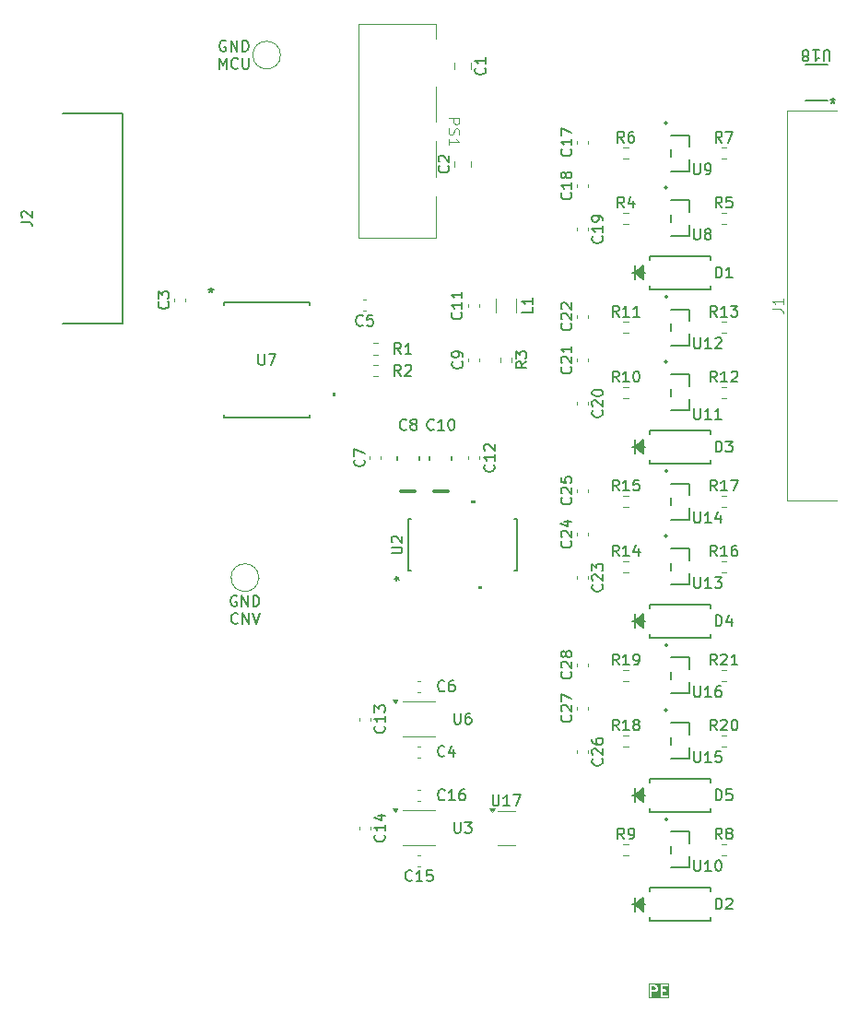
<source format=gbr>
%TF.GenerationSoftware,KiCad,Pcbnew,9.0.2*%
%TF.CreationDate,2025-06-09T15:42:41+03:00*%
%TF.ProjectId,PMCNV-AI4T,504d434e-562d-4414-9934-542e6b696361,rev?*%
%TF.SameCoordinates,Original*%
%TF.FileFunction,Legend,Top*%
%TF.FilePolarity,Positive*%
%FSLAX46Y46*%
G04 Gerber Fmt 4.6, Leading zero omitted, Abs format (unit mm)*
G04 Created by KiCad (PCBNEW 9.0.2) date 2025-06-09 15:42:41*
%MOMM*%
%LPD*%
G01*
G04 APERTURE LIST*
%ADD10C,0.150000*%
%ADD11C,0.200000*%
%ADD12C,0.100000*%
%ADD13C,0.120000*%
%ADD14C,0.152400*%
%ADD15C,0.300000*%
%ADD16C,0.000000*%
G04 APERTURE END LIST*
D10*
X-16761905Y-4697466D02*
X-16857143Y-4649847D01*
X-16857143Y-4649847D02*
X-17000000Y-4649847D01*
X-17000000Y-4649847D02*
X-17142857Y-4697466D01*
X-17142857Y-4697466D02*
X-17238095Y-4792704D01*
X-17238095Y-4792704D02*
X-17285714Y-4887942D01*
X-17285714Y-4887942D02*
X-17333333Y-5078418D01*
X-17333333Y-5078418D02*
X-17333333Y-5221275D01*
X-17333333Y-5221275D02*
X-17285714Y-5411751D01*
X-17285714Y-5411751D02*
X-17238095Y-5506989D01*
X-17238095Y-5506989D02*
X-17142857Y-5602228D01*
X-17142857Y-5602228D02*
X-17000000Y-5649847D01*
X-17000000Y-5649847D02*
X-16904762Y-5649847D01*
X-16904762Y-5649847D02*
X-16761905Y-5602228D01*
X-16761905Y-5602228D02*
X-16714286Y-5554608D01*
X-16714286Y-5554608D02*
X-16714286Y-5221275D01*
X-16714286Y-5221275D02*
X-16904762Y-5221275D01*
X-16285714Y-5649847D02*
X-16285714Y-4649847D01*
X-16285714Y-4649847D02*
X-15714286Y-5649847D01*
X-15714286Y-5649847D02*
X-15714286Y-4649847D01*
X-15238095Y-5649847D02*
X-15238095Y-4649847D01*
X-15238095Y-4649847D02*
X-15000000Y-4649847D01*
X-15000000Y-4649847D02*
X-14857143Y-4697466D01*
X-14857143Y-4697466D02*
X-14761905Y-4792704D01*
X-14761905Y-4792704D02*
X-14714286Y-4887942D01*
X-14714286Y-4887942D02*
X-14666667Y-5078418D01*
X-14666667Y-5078418D02*
X-14666667Y-5221275D01*
X-14666667Y-5221275D02*
X-14714286Y-5411751D01*
X-14714286Y-5411751D02*
X-14761905Y-5506989D01*
X-14761905Y-5506989D02*
X-14857143Y-5602228D01*
X-14857143Y-5602228D02*
X-15000000Y-5649847D01*
X-15000000Y-5649847D02*
X-15238095Y-5649847D01*
X-16642858Y-7164552D02*
X-16690477Y-7212172D01*
X-16690477Y-7212172D02*
X-16833334Y-7259791D01*
X-16833334Y-7259791D02*
X-16928572Y-7259791D01*
X-16928572Y-7259791D02*
X-17071429Y-7212172D01*
X-17071429Y-7212172D02*
X-17166667Y-7116933D01*
X-17166667Y-7116933D02*
X-17214286Y-7021695D01*
X-17214286Y-7021695D02*
X-17261905Y-6831219D01*
X-17261905Y-6831219D02*
X-17261905Y-6688362D01*
X-17261905Y-6688362D02*
X-17214286Y-6497886D01*
X-17214286Y-6497886D02*
X-17166667Y-6402648D01*
X-17166667Y-6402648D02*
X-17071429Y-6307410D01*
X-17071429Y-6307410D02*
X-16928572Y-6259791D01*
X-16928572Y-6259791D02*
X-16833334Y-6259791D01*
X-16833334Y-6259791D02*
X-16690477Y-6307410D01*
X-16690477Y-6307410D02*
X-16642858Y-6355029D01*
X-16214286Y-7259791D02*
X-16214286Y-6259791D01*
X-16214286Y-6259791D02*
X-15642858Y-7259791D01*
X-15642858Y-7259791D02*
X-15642858Y-6259791D01*
X-15309524Y-6259791D02*
X-14976191Y-7259791D01*
X-14976191Y-7259791D02*
X-14642858Y-6259791D01*
D11*
G36*
X21702668Y-40582024D02*
G01*
X21727337Y-40606692D01*
X21757142Y-40666302D01*
X21757142Y-40761945D01*
X21727337Y-40821554D01*
X21702668Y-40846222D01*
X21643059Y-40876028D01*
X21385714Y-40876028D01*
X21385714Y-40552219D01*
X21643059Y-40552219D01*
X21702668Y-40582024D01*
G37*
G36*
X22971094Y-41663330D02*
G01*
X21074603Y-41663330D01*
X21074603Y-40452219D01*
X21185714Y-40452219D01*
X21185714Y-41452219D01*
X21187635Y-41471728D01*
X21202567Y-41507776D01*
X21230157Y-41535366D01*
X21266205Y-41550298D01*
X21305223Y-41550298D01*
X21341271Y-41535366D01*
X21368861Y-41507776D01*
X21383793Y-41471728D01*
X21385714Y-41452219D01*
X21385714Y-41076028D01*
X21666666Y-41076028D01*
X21686175Y-41074107D01*
X21689495Y-41072731D01*
X21693079Y-41072477D01*
X21711387Y-41065471D01*
X21806625Y-41017852D01*
X21815021Y-41012566D01*
X21817461Y-41011556D01*
X21820207Y-41009302D01*
X21823215Y-41007409D01*
X21824944Y-41005414D01*
X21832615Y-40999120D01*
X21880233Y-40951501D01*
X21886525Y-40943834D01*
X21888523Y-40942102D01*
X21890416Y-40939093D01*
X21892670Y-40936348D01*
X21893680Y-40933907D01*
X21898966Y-40925511D01*
X21946585Y-40830274D01*
X21953591Y-40811965D01*
X21953845Y-40808381D01*
X21955221Y-40805061D01*
X21957142Y-40785552D01*
X21957142Y-40642695D01*
X21955221Y-40623186D01*
X21953845Y-40619865D01*
X21953591Y-40616282D01*
X21946585Y-40597973D01*
X21898966Y-40502736D01*
X21893680Y-40494339D01*
X21892670Y-40491899D01*
X21890416Y-40489153D01*
X21888523Y-40486145D01*
X21886525Y-40484412D01*
X21880233Y-40476746D01*
X21855707Y-40452219D01*
X22185714Y-40452219D01*
X22185714Y-41452219D01*
X22187635Y-41471728D01*
X22202567Y-41507776D01*
X22230157Y-41535366D01*
X22266205Y-41550298D01*
X22285714Y-41552219D01*
X22761904Y-41552219D01*
X22781413Y-41550298D01*
X22817461Y-41535366D01*
X22845051Y-41507776D01*
X22859983Y-41471728D01*
X22859983Y-41432710D01*
X22845051Y-41396662D01*
X22817461Y-41369072D01*
X22781413Y-41354140D01*
X22761904Y-41352219D01*
X22385714Y-41352219D01*
X22385714Y-41028409D01*
X22619047Y-41028409D01*
X22638556Y-41026488D01*
X22674604Y-41011556D01*
X22702194Y-40983966D01*
X22717126Y-40947918D01*
X22717126Y-40908900D01*
X22702194Y-40872852D01*
X22674604Y-40845262D01*
X22638556Y-40830330D01*
X22619047Y-40828409D01*
X22385714Y-40828409D01*
X22385714Y-40552219D01*
X22761904Y-40552219D01*
X22781413Y-40550298D01*
X22817461Y-40535366D01*
X22845051Y-40507776D01*
X22859983Y-40471728D01*
X22859983Y-40432710D01*
X22845051Y-40396662D01*
X22817461Y-40369072D01*
X22781413Y-40354140D01*
X22761904Y-40352219D01*
X22285714Y-40352219D01*
X22266205Y-40354140D01*
X22230157Y-40369072D01*
X22202567Y-40396662D01*
X22187635Y-40432710D01*
X22185714Y-40452219D01*
X21855707Y-40452219D01*
X21832615Y-40429127D01*
X21824944Y-40422832D01*
X21823215Y-40420838D01*
X21820207Y-40418944D01*
X21817461Y-40416691D01*
X21815021Y-40415680D01*
X21806625Y-40410395D01*
X21711387Y-40362776D01*
X21693079Y-40355770D01*
X21689495Y-40355515D01*
X21686175Y-40354140D01*
X21666666Y-40352219D01*
X21285714Y-40352219D01*
X21266205Y-40354140D01*
X21230157Y-40369072D01*
X21202567Y-40396662D01*
X21187635Y-40432710D01*
X21185714Y-40452219D01*
X21074603Y-40452219D01*
X21074603Y-40241108D01*
X22971094Y-40241108D01*
X22971094Y-41663330D01*
G37*
D10*
X-17761905Y46302534D02*
X-17857143Y46350153D01*
X-17857143Y46350153D02*
X-18000000Y46350153D01*
X-18000000Y46350153D02*
X-18142857Y46302534D01*
X-18142857Y46302534D02*
X-18238095Y46207296D01*
X-18238095Y46207296D02*
X-18285714Y46112058D01*
X-18285714Y46112058D02*
X-18333333Y45921582D01*
X-18333333Y45921582D02*
X-18333333Y45778725D01*
X-18333333Y45778725D02*
X-18285714Y45588249D01*
X-18285714Y45588249D02*
X-18238095Y45493011D01*
X-18238095Y45493011D02*
X-18142857Y45397772D01*
X-18142857Y45397772D02*
X-18000000Y45350153D01*
X-18000000Y45350153D02*
X-17904762Y45350153D01*
X-17904762Y45350153D02*
X-17761905Y45397772D01*
X-17761905Y45397772D02*
X-17714286Y45445392D01*
X-17714286Y45445392D02*
X-17714286Y45778725D01*
X-17714286Y45778725D02*
X-17904762Y45778725D01*
X-17285714Y45350153D02*
X-17285714Y46350153D01*
X-17285714Y46350153D02*
X-16714286Y45350153D01*
X-16714286Y45350153D02*
X-16714286Y46350153D01*
X-16238095Y45350153D02*
X-16238095Y46350153D01*
X-16238095Y46350153D02*
X-16000000Y46350153D01*
X-16000000Y46350153D02*
X-15857143Y46302534D01*
X-15857143Y46302534D02*
X-15761905Y46207296D01*
X-15761905Y46207296D02*
X-15714286Y46112058D01*
X-15714286Y46112058D02*
X-15666667Y45921582D01*
X-15666667Y45921582D02*
X-15666667Y45778725D01*
X-15666667Y45778725D02*
X-15714286Y45588249D01*
X-15714286Y45588249D02*
X-15761905Y45493011D01*
X-15761905Y45493011D02*
X-15857143Y45397772D01*
X-15857143Y45397772D02*
X-16000000Y45350153D01*
X-16000000Y45350153D02*
X-16238095Y45350153D01*
X-18357143Y43740209D02*
X-18357143Y44740209D01*
X-18357143Y44740209D02*
X-18023810Y44025924D01*
X-18023810Y44025924D02*
X-17690477Y44740209D01*
X-17690477Y44740209D02*
X-17690477Y43740209D01*
X-16642858Y43835448D02*
X-16690477Y43787828D01*
X-16690477Y43787828D02*
X-16833334Y43740209D01*
X-16833334Y43740209D02*
X-16928572Y43740209D01*
X-16928572Y43740209D02*
X-17071429Y43787828D01*
X-17071429Y43787828D02*
X-17166667Y43883067D01*
X-17166667Y43883067D02*
X-17214286Y43978305D01*
X-17214286Y43978305D02*
X-17261905Y44168781D01*
X-17261905Y44168781D02*
X-17261905Y44311638D01*
X-17261905Y44311638D02*
X-17214286Y44502114D01*
X-17214286Y44502114D02*
X-17166667Y44597352D01*
X-17166667Y44597352D02*
X-17071429Y44692590D01*
X-17071429Y44692590D02*
X-16928572Y44740209D01*
X-16928572Y44740209D02*
X-16833334Y44740209D01*
X-16833334Y44740209D02*
X-16690477Y44692590D01*
X-16690477Y44692590D02*
X-16642858Y44644971D01*
X-16214286Y44740209D02*
X-16214286Y43930686D01*
X-16214286Y43930686D02*
X-16166667Y43835448D01*
X-16166667Y43835448D02*
X-16119048Y43787828D01*
X-16119048Y43787828D02*
X-16023810Y43740209D01*
X-16023810Y43740209D02*
X-15833334Y43740209D01*
X-15833334Y43740209D02*
X-15738096Y43787828D01*
X-15738096Y43787828D02*
X-15690477Y43835448D01*
X-15690477Y43835448D02*
X-15642858Y43930686D01*
X-15642858Y43930686D02*
X-15642858Y44740209D01*
X18833333Y30975181D02*
X18500000Y31451372D01*
X18261905Y30975181D02*
X18261905Y31975181D01*
X18261905Y31975181D02*
X18642857Y31975181D01*
X18642857Y31975181D02*
X18738095Y31927562D01*
X18738095Y31927562D02*
X18785714Y31879943D01*
X18785714Y31879943D02*
X18833333Y31784705D01*
X18833333Y31784705D02*
X18833333Y31641848D01*
X18833333Y31641848D02*
X18785714Y31546610D01*
X18785714Y31546610D02*
X18738095Y31498991D01*
X18738095Y31498991D02*
X18642857Y31451372D01*
X18642857Y31451372D02*
X18261905Y31451372D01*
X19690476Y31641848D02*
X19690476Y30975181D01*
X19452381Y32022800D02*
X19214286Y31308515D01*
X19214286Y31308515D02*
X19833333Y31308515D01*
X1357142Y10640420D02*
X1309523Y10592800D01*
X1309523Y10592800D02*
X1166666Y10545181D01*
X1166666Y10545181D02*
X1071428Y10545181D01*
X1071428Y10545181D02*
X928571Y10592800D01*
X928571Y10592800D02*
X833333Y10688039D01*
X833333Y10688039D02*
X785714Y10783277D01*
X785714Y10783277D02*
X738095Y10973753D01*
X738095Y10973753D02*
X738095Y11116610D01*
X738095Y11116610D02*
X785714Y11307086D01*
X785714Y11307086D02*
X833333Y11402324D01*
X833333Y11402324D02*
X928571Y11497562D01*
X928571Y11497562D02*
X1071428Y11545181D01*
X1071428Y11545181D02*
X1166666Y11545181D01*
X1166666Y11545181D02*
X1309523Y11497562D01*
X1309523Y11497562D02*
X1357142Y11449943D01*
X2309523Y10545181D02*
X1738095Y10545181D01*
X2023809Y10545181D02*
X2023809Y11545181D01*
X2023809Y11545181D02*
X1928571Y11402324D01*
X1928571Y11402324D02*
X1833333Y11307086D01*
X1833333Y11307086D02*
X1738095Y11259467D01*
X2928571Y11545181D02*
X3023809Y11545181D01*
X3023809Y11545181D02*
X3119047Y11497562D01*
X3119047Y11497562D02*
X3166666Y11449943D01*
X3166666Y11449943D02*
X3214285Y11354705D01*
X3214285Y11354705D02*
X3261904Y11164229D01*
X3261904Y11164229D02*
X3261904Y10926134D01*
X3261904Y10926134D02*
X3214285Y10735658D01*
X3214285Y10735658D02*
X3166666Y10640420D01*
X3166666Y10640420D02*
X3119047Y10592800D01*
X3119047Y10592800D02*
X3023809Y10545181D01*
X3023809Y10545181D02*
X2928571Y10545181D01*
X2928571Y10545181D02*
X2833333Y10592800D01*
X2833333Y10592800D02*
X2785714Y10640420D01*
X2785714Y10640420D02*
X2738095Y10735658D01*
X2738095Y10735658D02*
X2690476Y10926134D01*
X2690476Y10926134D02*
X2690476Y11164229D01*
X2690476Y11164229D02*
X2738095Y11354705D01*
X2738095Y11354705D02*
X2785714Y11449943D01*
X2785714Y11449943D02*
X2833333Y11497562D01*
X2833333Y11497562D02*
X2928571Y11545181D01*
X27357142Y-1024819D02*
X27023809Y-548628D01*
X26785714Y-1024819D02*
X26785714Y-24819D01*
X26785714Y-24819D02*
X27166666Y-24819D01*
X27166666Y-24819D02*
X27261904Y-72438D01*
X27261904Y-72438D02*
X27309523Y-120057D01*
X27309523Y-120057D02*
X27357142Y-215295D01*
X27357142Y-215295D02*
X27357142Y-358152D01*
X27357142Y-358152D02*
X27309523Y-453390D01*
X27309523Y-453390D02*
X27261904Y-501009D01*
X27261904Y-501009D02*
X27166666Y-548628D01*
X27166666Y-548628D02*
X26785714Y-548628D01*
X28309523Y-1024819D02*
X27738095Y-1024819D01*
X28023809Y-1024819D02*
X28023809Y-24819D01*
X28023809Y-24819D02*
X27928571Y-167676D01*
X27928571Y-167676D02*
X27833333Y-262914D01*
X27833333Y-262914D02*
X27738095Y-310533D01*
X29166666Y-24819D02*
X28976190Y-24819D01*
X28976190Y-24819D02*
X28880952Y-72438D01*
X28880952Y-72438D02*
X28833333Y-120057D01*
X28833333Y-120057D02*
X28738095Y-262914D01*
X28738095Y-262914D02*
X28690476Y-453390D01*
X28690476Y-453390D02*
X28690476Y-834342D01*
X28690476Y-834342D02*
X28738095Y-929580D01*
X28738095Y-929580D02*
X28785714Y-977200D01*
X28785714Y-977200D02*
X28880952Y-1024819D01*
X28880952Y-1024819D02*
X29071428Y-1024819D01*
X29071428Y-1024819D02*
X29166666Y-977200D01*
X29166666Y-977200D02*
X29214285Y-929580D01*
X29214285Y-929580D02*
X29261904Y-834342D01*
X29261904Y-834342D02*
X29261904Y-596247D01*
X29261904Y-596247D02*
X29214285Y-501009D01*
X29214285Y-501009D02*
X29166666Y-453390D01*
X29166666Y-453390D02*
X29071428Y-405771D01*
X29071428Y-405771D02*
X28880952Y-405771D01*
X28880952Y-405771D02*
X28785714Y-453390D01*
X28785714Y-453390D02*
X28738095Y-501009D01*
X28738095Y-501009D02*
X28690476Y-596247D01*
X-3210420Y-16642857D02*
X-3162800Y-16690476D01*
X-3162800Y-16690476D02*
X-3115181Y-16833333D01*
X-3115181Y-16833333D02*
X-3115181Y-16928571D01*
X-3115181Y-16928571D02*
X-3162800Y-17071428D01*
X-3162800Y-17071428D02*
X-3258039Y-17166666D01*
X-3258039Y-17166666D02*
X-3353277Y-17214285D01*
X-3353277Y-17214285D02*
X-3543753Y-17261904D01*
X-3543753Y-17261904D02*
X-3686610Y-17261904D01*
X-3686610Y-17261904D02*
X-3877086Y-17214285D01*
X-3877086Y-17214285D02*
X-3972324Y-17166666D01*
X-3972324Y-17166666D02*
X-4067562Y-17071428D01*
X-4067562Y-17071428D02*
X-4115181Y-16928571D01*
X-4115181Y-16928571D02*
X-4115181Y-16833333D01*
X-4115181Y-16833333D02*
X-4067562Y-16690476D01*
X-4067562Y-16690476D02*
X-4019943Y-16642857D01*
X-3115181Y-15690476D02*
X-3115181Y-16261904D01*
X-3115181Y-15976190D02*
X-4115181Y-15976190D01*
X-4115181Y-15976190D02*
X-3972324Y-16071428D01*
X-3972324Y-16071428D02*
X-3877086Y-16166666D01*
X-3877086Y-16166666D02*
X-3829467Y-16261904D01*
X-4115181Y-15357142D02*
X-4115181Y-14738095D01*
X-4115181Y-14738095D02*
X-3734229Y-15071428D01*
X-3734229Y-15071428D02*
X-3734229Y-14928571D01*
X-3734229Y-14928571D02*
X-3686610Y-14833333D01*
X-3686610Y-14833333D02*
X-3638991Y-14785714D01*
X-3638991Y-14785714D02*
X-3543753Y-14738095D01*
X-3543753Y-14738095D02*
X-3305658Y-14738095D01*
X-3305658Y-14738095D02*
X-3210420Y-14785714D01*
X-3210420Y-14785714D02*
X-3162800Y-14833333D01*
X-3162800Y-14833333D02*
X-3115181Y-14928571D01*
X-3115181Y-14928571D02*
X-3115181Y-15214285D01*
X-3115181Y-15214285D02*
X-3162800Y-15309523D01*
X-3162800Y-15309523D02*
X-3210420Y-15357142D01*
X13929580Y-11642857D02*
X13977200Y-11690476D01*
X13977200Y-11690476D02*
X14024819Y-11833333D01*
X14024819Y-11833333D02*
X14024819Y-11928571D01*
X14024819Y-11928571D02*
X13977200Y-12071428D01*
X13977200Y-12071428D02*
X13881961Y-12166666D01*
X13881961Y-12166666D02*
X13786723Y-12214285D01*
X13786723Y-12214285D02*
X13596247Y-12261904D01*
X13596247Y-12261904D02*
X13453390Y-12261904D01*
X13453390Y-12261904D02*
X13262914Y-12214285D01*
X13262914Y-12214285D02*
X13167676Y-12166666D01*
X13167676Y-12166666D02*
X13072438Y-12071428D01*
X13072438Y-12071428D02*
X13024819Y-11928571D01*
X13024819Y-11928571D02*
X13024819Y-11833333D01*
X13024819Y-11833333D02*
X13072438Y-11690476D01*
X13072438Y-11690476D02*
X13120057Y-11642857D01*
X13120057Y-11261904D02*
X13072438Y-11214285D01*
X13072438Y-11214285D02*
X13024819Y-11119047D01*
X13024819Y-11119047D02*
X13024819Y-10880952D01*
X13024819Y-10880952D02*
X13072438Y-10785714D01*
X13072438Y-10785714D02*
X13120057Y-10738095D01*
X13120057Y-10738095D02*
X13215295Y-10690476D01*
X13215295Y-10690476D02*
X13310533Y-10690476D01*
X13310533Y-10690476D02*
X13453390Y-10738095D01*
X13453390Y-10738095D02*
X14024819Y-11309523D01*
X14024819Y-11309523D02*
X14024819Y-10690476D01*
X13453390Y-10119047D02*
X13405771Y-10214285D01*
X13405771Y-10214285D02*
X13358152Y-10261904D01*
X13358152Y-10261904D02*
X13262914Y-10309523D01*
X13262914Y-10309523D02*
X13215295Y-10309523D01*
X13215295Y-10309523D02*
X13120057Y-10261904D01*
X13120057Y-10261904D02*
X13072438Y-10214285D01*
X13072438Y-10214285D02*
X13024819Y-10119047D01*
X13024819Y-10119047D02*
X13024819Y-9928571D01*
X13024819Y-9928571D02*
X13072438Y-9833333D01*
X13072438Y-9833333D02*
X13120057Y-9785714D01*
X13120057Y-9785714D02*
X13215295Y-9738095D01*
X13215295Y-9738095D02*
X13262914Y-9738095D01*
X13262914Y-9738095D02*
X13358152Y-9785714D01*
X13358152Y-9785714D02*
X13405771Y-9833333D01*
X13405771Y-9833333D02*
X13453390Y-9928571D01*
X13453390Y-9928571D02*
X13453390Y-10119047D01*
X13453390Y-10119047D02*
X13501009Y-10214285D01*
X13501009Y-10214285D02*
X13548628Y-10261904D01*
X13548628Y-10261904D02*
X13643866Y-10309523D01*
X13643866Y-10309523D02*
X13834342Y-10309523D01*
X13834342Y-10309523D02*
X13929580Y-10261904D01*
X13929580Y-10261904D02*
X13977200Y-10214285D01*
X13977200Y-10214285D02*
X14024819Y-10119047D01*
X14024819Y-10119047D02*
X14024819Y-9928571D01*
X14024819Y-9928571D02*
X13977200Y-9833333D01*
X13977200Y-9833333D02*
X13929580Y-9785714D01*
X13929580Y-9785714D02*
X13834342Y-9738095D01*
X13834342Y-9738095D02*
X13643866Y-9738095D01*
X13643866Y-9738095D02*
X13548628Y-9785714D01*
X13548628Y-9785714D02*
X13501009Y-9833333D01*
X13501009Y-9833333D02*
X13453390Y-9928571D01*
X3929580Y16833334D02*
X3977200Y16785715D01*
X3977200Y16785715D02*
X4024819Y16642858D01*
X4024819Y16642858D02*
X4024819Y16547620D01*
X4024819Y16547620D02*
X3977200Y16404763D01*
X3977200Y16404763D02*
X3881961Y16309525D01*
X3881961Y16309525D02*
X3786723Y16261906D01*
X3786723Y16261906D02*
X3596247Y16214287D01*
X3596247Y16214287D02*
X3453390Y16214287D01*
X3453390Y16214287D02*
X3262914Y16261906D01*
X3262914Y16261906D02*
X3167676Y16309525D01*
X3167676Y16309525D02*
X3072438Y16404763D01*
X3072438Y16404763D02*
X3024819Y16547620D01*
X3024819Y16547620D02*
X3024819Y16642858D01*
X3024819Y16642858D02*
X3072438Y16785715D01*
X3072438Y16785715D02*
X3120057Y16833334D01*
X4024819Y17309525D02*
X4024819Y17500001D01*
X4024819Y17500001D02*
X3977200Y17595239D01*
X3977200Y17595239D02*
X3929580Y17642858D01*
X3929580Y17642858D02*
X3786723Y17738096D01*
X3786723Y17738096D02*
X3596247Y17785715D01*
X3596247Y17785715D02*
X3215295Y17785715D01*
X3215295Y17785715D02*
X3120057Y17738096D01*
X3120057Y17738096D02*
X3072438Y17690477D01*
X3072438Y17690477D02*
X3024819Y17595239D01*
X3024819Y17595239D02*
X3024819Y17404763D01*
X3024819Y17404763D02*
X3072438Y17309525D01*
X3072438Y17309525D02*
X3120057Y17261906D01*
X3120057Y17261906D02*
X3215295Y17214287D01*
X3215295Y17214287D02*
X3453390Y17214287D01*
X3453390Y17214287D02*
X3548628Y17261906D01*
X3548628Y17261906D02*
X3596247Y17309525D01*
X3596247Y17309525D02*
X3643866Y17404763D01*
X3643866Y17404763D02*
X3643866Y17595239D01*
X3643866Y17595239D02*
X3596247Y17690477D01*
X3596247Y17690477D02*
X3548628Y17738096D01*
X3548628Y17738096D02*
X3453390Y17785715D01*
X-642858Y-30789580D02*
X-690477Y-30837200D01*
X-690477Y-30837200D02*
X-833334Y-30884819D01*
X-833334Y-30884819D02*
X-928572Y-30884819D01*
X-928572Y-30884819D02*
X-1071429Y-30837200D01*
X-1071429Y-30837200D02*
X-1166667Y-30741961D01*
X-1166667Y-30741961D02*
X-1214286Y-30646723D01*
X-1214286Y-30646723D02*
X-1261905Y-30456247D01*
X-1261905Y-30456247D02*
X-1261905Y-30313390D01*
X-1261905Y-30313390D02*
X-1214286Y-30122914D01*
X-1214286Y-30122914D02*
X-1166667Y-30027676D01*
X-1166667Y-30027676D02*
X-1071429Y-29932438D01*
X-1071429Y-29932438D02*
X-928572Y-29884819D01*
X-928572Y-29884819D02*
X-833334Y-29884819D01*
X-833334Y-29884819D02*
X-690477Y-29932438D01*
X-690477Y-29932438D02*
X-642858Y-29980057D01*
X309523Y-30884819D02*
X-261905Y-30884819D01*
X23809Y-30884819D02*
X23809Y-29884819D01*
X23809Y-29884819D02*
X-71429Y-30027676D01*
X-71429Y-30027676D02*
X-166667Y-30122914D01*
X-166667Y-30122914D02*
X-261905Y-30170533D01*
X1214285Y-29884819D02*
X738095Y-29884819D01*
X738095Y-29884819D02*
X690476Y-30361009D01*
X690476Y-30361009D02*
X738095Y-30313390D01*
X738095Y-30313390D02*
X833333Y-30265771D01*
X833333Y-30265771D02*
X1071428Y-30265771D01*
X1071428Y-30265771D02*
X1166666Y-30313390D01*
X1166666Y-30313390D02*
X1214285Y-30361009D01*
X1214285Y-30361009D02*
X1261904Y-30456247D01*
X1261904Y-30456247D02*
X1261904Y-30694342D01*
X1261904Y-30694342D02*
X1214285Y-30789580D01*
X1214285Y-30789580D02*
X1166666Y-30837200D01*
X1166666Y-30837200D02*
X1071428Y-30884819D01*
X1071428Y-30884819D02*
X833333Y-30884819D01*
X833333Y-30884819D02*
X738095Y-30837200D01*
X738095Y-30837200D02*
X690476Y-30789580D01*
X-5070420Y7833334D02*
X-5022800Y7785715D01*
X-5022800Y7785715D02*
X-4975181Y7642858D01*
X-4975181Y7642858D02*
X-4975181Y7547620D01*
X-4975181Y7547620D02*
X-5022800Y7404763D01*
X-5022800Y7404763D02*
X-5118039Y7309525D01*
X-5118039Y7309525D02*
X-5213277Y7261906D01*
X-5213277Y7261906D02*
X-5403753Y7214287D01*
X-5403753Y7214287D02*
X-5546610Y7214287D01*
X-5546610Y7214287D02*
X-5737086Y7261906D01*
X-5737086Y7261906D02*
X-5832324Y7309525D01*
X-5832324Y7309525D02*
X-5927562Y7404763D01*
X-5927562Y7404763D02*
X-5975181Y7547620D01*
X-5975181Y7547620D02*
X-5975181Y7642858D01*
X-5975181Y7642858D02*
X-5927562Y7785715D01*
X-5927562Y7785715D02*
X-5879943Y7833334D01*
X-5975181Y8166668D02*
X-5975181Y8833334D01*
X-5975181Y8833334D02*
X-4975181Y8404763D01*
X13929580Y4357143D02*
X13977200Y4309524D01*
X13977200Y4309524D02*
X14024819Y4166667D01*
X14024819Y4166667D02*
X14024819Y4071429D01*
X14024819Y4071429D02*
X13977200Y3928572D01*
X13977200Y3928572D02*
X13881961Y3833334D01*
X13881961Y3833334D02*
X13786723Y3785715D01*
X13786723Y3785715D02*
X13596247Y3738096D01*
X13596247Y3738096D02*
X13453390Y3738096D01*
X13453390Y3738096D02*
X13262914Y3785715D01*
X13262914Y3785715D02*
X13167676Y3833334D01*
X13167676Y3833334D02*
X13072438Y3928572D01*
X13072438Y3928572D02*
X13024819Y4071429D01*
X13024819Y4071429D02*
X13024819Y4166667D01*
X13024819Y4166667D02*
X13072438Y4309524D01*
X13072438Y4309524D02*
X13120057Y4357143D01*
X13120057Y4738096D02*
X13072438Y4785715D01*
X13072438Y4785715D02*
X13024819Y4880953D01*
X13024819Y4880953D02*
X13024819Y5119048D01*
X13024819Y5119048D02*
X13072438Y5214286D01*
X13072438Y5214286D02*
X13120057Y5261905D01*
X13120057Y5261905D02*
X13215295Y5309524D01*
X13215295Y5309524D02*
X13310533Y5309524D01*
X13310533Y5309524D02*
X13453390Y5261905D01*
X13453390Y5261905D02*
X14024819Y4690477D01*
X14024819Y4690477D02*
X14024819Y5309524D01*
X13024819Y6214286D02*
X13024819Y5738096D01*
X13024819Y5738096D02*
X13501009Y5690477D01*
X13501009Y5690477D02*
X13453390Y5738096D01*
X13453390Y5738096D02*
X13405771Y5833334D01*
X13405771Y5833334D02*
X13405771Y6071429D01*
X13405771Y6071429D02*
X13453390Y6166667D01*
X13453390Y6166667D02*
X13501009Y6214286D01*
X13501009Y6214286D02*
X13596247Y6261905D01*
X13596247Y6261905D02*
X13834342Y6261905D01*
X13834342Y6261905D02*
X13929580Y6214286D01*
X13929580Y6214286D02*
X13977200Y6166667D01*
X13977200Y6166667D02*
X14024819Y6071429D01*
X14024819Y6071429D02*
X14024819Y5833334D01*
X14024819Y5833334D02*
X13977200Y5738096D01*
X13977200Y5738096D02*
X13929580Y5690477D01*
X25238095Y35045181D02*
X25238095Y34235658D01*
X25238095Y34235658D02*
X25285714Y34140420D01*
X25285714Y34140420D02*
X25333333Y34092800D01*
X25333333Y34092800D02*
X25428571Y34045181D01*
X25428571Y34045181D02*
X25619047Y34045181D01*
X25619047Y34045181D02*
X25714285Y34092800D01*
X25714285Y34092800D02*
X25761904Y34140420D01*
X25761904Y34140420D02*
X25809523Y34235658D01*
X25809523Y34235658D02*
X25809523Y35045181D01*
X26333333Y34045181D02*
X26523809Y34045181D01*
X26523809Y34045181D02*
X26619047Y34092800D01*
X26619047Y34092800D02*
X26666666Y34140420D01*
X26666666Y34140420D02*
X26761904Y34283277D01*
X26761904Y34283277D02*
X26809523Y34473753D01*
X26809523Y34473753D02*
X26809523Y34854705D01*
X26809523Y34854705D02*
X26761904Y34949943D01*
X26761904Y34949943D02*
X26714285Y34997562D01*
X26714285Y34997562D02*
X26619047Y35045181D01*
X26619047Y35045181D02*
X26428571Y35045181D01*
X26428571Y35045181D02*
X26333333Y34997562D01*
X26333333Y34997562D02*
X26285714Y34949943D01*
X26285714Y34949943D02*
X26238095Y34854705D01*
X26238095Y34854705D02*
X26238095Y34616610D01*
X26238095Y34616610D02*
X26285714Y34521372D01*
X26285714Y34521372D02*
X26333333Y34473753D01*
X26333333Y34473753D02*
X26428571Y34426134D01*
X26428571Y34426134D02*
X26619047Y34426134D01*
X26619047Y34426134D02*
X26714285Y34473753D01*
X26714285Y34473753D02*
X26761904Y34521372D01*
X26761904Y34521372D02*
X26809523Y34616610D01*
X27261905Y-33454819D02*
X27261905Y-32454819D01*
X27261905Y-32454819D02*
X27500000Y-32454819D01*
X27500000Y-32454819D02*
X27642857Y-32502438D01*
X27642857Y-32502438D02*
X27738095Y-32597676D01*
X27738095Y-32597676D02*
X27785714Y-32692914D01*
X27785714Y-32692914D02*
X27833333Y-32883390D01*
X27833333Y-32883390D02*
X27833333Y-33026247D01*
X27833333Y-33026247D02*
X27785714Y-33216723D01*
X27785714Y-33216723D02*
X27738095Y-33311961D01*
X27738095Y-33311961D02*
X27642857Y-33407200D01*
X27642857Y-33407200D02*
X27500000Y-33454819D01*
X27500000Y-33454819D02*
X27261905Y-33454819D01*
X28214286Y-32550057D02*
X28261905Y-32502438D01*
X28261905Y-32502438D02*
X28357143Y-32454819D01*
X28357143Y-32454819D02*
X28595238Y-32454819D01*
X28595238Y-32454819D02*
X28690476Y-32502438D01*
X28690476Y-32502438D02*
X28738095Y-32550057D01*
X28738095Y-32550057D02*
X28785714Y-32645295D01*
X28785714Y-32645295D02*
X28785714Y-32740533D01*
X28785714Y-32740533D02*
X28738095Y-32883390D01*
X28738095Y-32883390D02*
X28166667Y-33454819D01*
X28166667Y-33454819D02*
X28785714Y-33454819D01*
X18357142Y-17024819D02*
X18023809Y-16548628D01*
X17785714Y-17024819D02*
X17785714Y-16024819D01*
X17785714Y-16024819D02*
X18166666Y-16024819D01*
X18166666Y-16024819D02*
X18261904Y-16072438D01*
X18261904Y-16072438D02*
X18309523Y-16120057D01*
X18309523Y-16120057D02*
X18357142Y-16215295D01*
X18357142Y-16215295D02*
X18357142Y-16358152D01*
X18357142Y-16358152D02*
X18309523Y-16453390D01*
X18309523Y-16453390D02*
X18261904Y-16501009D01*
X18261904Y-16501009D02*
X18166666Y-16548628D01*
X18166666Y-16548628D02*
X17785714Y-16548628D01*
X19309523Y-17024819D02*
X18738095Y-17024819D01*
X19023809Y-17024819D02*
X19023809Y-16024819D01*
X19023809Y-16024819D02*
X18928571Y-16167676D01*
X18928571Y-16167676D02*
X18833333Y-16262914D01*
X18833333Y-16262914D02*
X18738095Y-16310533D01*
X19880952Y-16453390D02*
X19785714Y-16405771D01*
X19785714Y-16405771D02*
X19738095Y-16358152D01*
X19738095Y-16358152D02*
X19690476Y-16262914D01*
X19690476Y-16262914D02*
X19690476Y-16215295D01*
X19690476Y-16215295D02*
X19738095Y-16120057D01*
X19738095Y-16120057D02*
X19785714Y-16072438D01*
X19785714Y-16072438D02*
X19880952Y-16024819D01*
X19880952Y-16024819D02*
X20071428Y-16024819D01*
X20071428Y-16024819D02*
X20166666Y-16072438D01*
X20166666Y-16072438D02*
X20214285Y-16120057D01*
X20214285Y-16120057D02*
X20261904Y-16215295D01*
X20261904Y-16215295D02*
X20261904Y-16262914D01*
X20261904Y-16262914D02*
X20214285Y-16358152D01*
X20214285Y-16358152D02*
X20166666Y-16405771D01*
X20166666Y-16405771D02*
X20071428Y-16453390D01*
X20071428Y-16453390D02*
X19880952Y-16453390D01*
X19880952Y-16453390D02*
X19785714Y-16501009D01*
X19785714Y-16501009D02*
X19738095Y-16548628D01*
X19738095Y-16548628D02*
X19690476Y-16643866D01*
X19690476Y-16643866D02*
X19690476Y-16834342D01*
X19690476Y-16834342D02*
X19738095Y-16929580D01*
X19738095Y-16929580D02*
X19785714Y-16977200D01*
X19785714Y-16977200D02*
X19880952Y-17024819D01*
X19880952Y-17024819D02*
X20071428Y-17024819D01*
X20071428Y-17024819D02*
X20166666Y-16977200D01*
X20166666Y-16977200D02*
X20214285Y-16929580D01*
X20214285Y-16929580D02*
X20261904Y-16834342D01*
X20261904Y-16834342D02*
X20261904Y-16643866D01*
X20261904Y-16643866D02*
X20214285Y-16548628D01*
X20214285Y-16548628D02*
X20166666Y-16501009D01*
X20166666Y-16501009D02*
X20071428Y-16453390D01*
X-14761905Y17545181D02*
X-14761905Y16735658D01*
X-14761905Y16735658D02*
X-14714286Y16640420D01*
X-14714286Y16640420D02*
X-14666667Y16592800D01*
X-14666667Y16592800D02*
X-14571429Y16545181D01*
X-14571429Y16545181D02*
X-14380953Y16545181D01*
X-14380953Y16545181D02*
X-14285715Y16592800D01*
X-14285715Y16592800D02*
X-14238096Y16640420D01*
X-14238096Y16640420D02*
X-14190477Y16735658D01*
X-14190477Y16735658D02*
X-14190477Y17545181D01*
X-13809524Y17545181D02*
X-13142858Y17545181D01*
X-13142858Y17545181D02*
X-13571429Y16545181D01*
X-19130800Y23615781D02*
X-19130800Y23377686D01*
X-19368895Y23472924D02*
X-19130800Y23377686D01*
X-19130800Y23377686D02*
X-18892705Y23472924D01*
X-19273657Y23187210D02*
X-19130800Y23377686D01*
X-19130800Y23377686D02*
X-18987943Y23187210D01*
X25261905Y3045181D02*
X25261905Y2235658D01*
X25261905Y2235658D02*
X25309524Y2140420D01*
X25309524Y2140420D02*
X25357143Y2092800D01*
X25357143Y2092800D02*
X25452381Y2045181D01*
X25452381Y2045181D02*
X25642857Y2045181D01*
X25642857Y2045181D02*
X25738095Y2092800D01*
X25738095Y2092800D02*
X25785714Y2140420D01*
X25785714Y2140420D02*
X25833333Y2235658D01*
X25833333Y2235658D02*
X25833333Y3045181D01*
X26833333Y2045181D02*
X26261905Y2045181D01*
X26547619Y2045181D02*
X26547619Y3045181D01*
X26547619Y3045181D02*
X26452381Y2902324D01*
X26452381Y2902324D02*
X26357143Y2807086D01*
X26357143Y2807086D02*
X26261905Y2759467D01*
X27690476Y2711848D02*
X27690476Y2045181D01*
X27452381Y3092800D02*
X27214286Y2378515D01*
X27214286Y2378515D02*
X27833333Y2378515D01*
X27833333Y30975181D02*
X27500000Y31451372D01*
X27261905Y30975181D02*
X27261905Y31975181D01*
X27261905Y31975181D02*
X27642857Y31975181D01*
X27642857Y31975181D02*
X27738095Y31927562D01*
X27738095Y31927562D02*
X27785714Y31879943D01*
X27785714Y31879943D02*
X27833333Y31784705D01*
X27833333Y31784705D02*
X27833333Y31641848D01*
X27833333Y31641848D02*
X27785714Y31546610D01*
X27785714Y31546610D02*
X27738095Y31498991D01*
X27738095Y31498991D02*
X27642857Y31451372D01*
X27642857Y31451372D02*
X27261905Y31451372D01*
X28738095Y31975181D02*
X28261905Y31975181D01*
X28261905Y31975181D02*
X28214286Y31498991D01*
X28214286Y31498991D02*
X28261905Y31546610D01*
X28261905Y31546610D02*
X28357143Y31594229D01*
X28357143Y31594229D02*
X28595238Y31594229D01*
X28595238Y31594229D02*
X28690476Y31546610D01*
X28690476Y31546610D02*
X28738095Y31498991D01*
X28738095Y31498991D02*
X28785714Y31403753D01*
X28785714Y31403753D02*
X28785714Y31165658D01*
X28785714Y31165658D02*
X28738095Y31070420D01*
X28738095Y31070420D02*
X28690476Y31022800D01*
X28690476Y31022800D02*
X28595238Y30975181D01*
X28595238Y30975181D02*
X28357143Y30975181D01*
X28357143Y30975181D02*
X28261905Y31022800D01*
X28261905Y31022800D02*
X28214286Y31070420D01*
X9884819Y16833334D02*
X9408628Y16500001D01*
X9884819Y16261906D02*
X8884819Y16261906D01*
X8884819Y16261906D02*
X8884819Y16642858D01*
X8884819Y16642858D02*
X8932438Y16738096D01*
X8932438Y16738096D02*
X8980057Y16785715D01*
X8980057Y16785715D02*
X9075295Y16833334D01*
X9075295Y16833334D02*
X9218152Y16833334D01*
X9218152Y16833334D02*
X9313390Y16785715D01*
X9313390Y16785715D02*
X9361009Y16738096D01*
X9361009Y16738096D02*
X9408628Y16642858D01*
X9408628Y16642858D02*
X9408628Y16261906D01*
X8884819Y17166668D02*
X8884819Y17785715D01*
X8884819Y17785715D02*
X9265771Y17452382D01*
X9265771Y17452382D02*
X9265771Y17595239D01*
X9265771Y17595239D02*
X9313390Y17690477D01*
X9313390Y17690477D02*
X9361009Y17738096D01*
X9361009Y17738096D02*
X9456247Y17785715D01*
X9456247Y17785715D02*
X9694342Y17785715D01*
X9694342Y17785715D02*
X9789580Y17738096D01*
X9789580Y17738096D02*
X9837200Y17690477D01*
X9837200Y17690477D02*
X9884819Y17595239D01*
X9884819Y17595239D02*
X9884819Y17309525D01*
X9884819Y17309525D02*
X9837200Y17214287D01*
X9837200Y17214287D02*
X9789580Y17166668D01*
X25261905Y19045181D02*
X25261905Y18235658D01*
X25261905Y18235658D02*
X25309524Y18140420D01*
X25309524Y18140420D02*
X25357143Y18092800D01*
X25357143Y18092800D02*
X25452381Y18045181D01*
X25452381Y18045181D02*
X25642857Y18045181D01*
X25642857Y18045181D02*
X25738095Y18092800D01*
X25738095Y18092800D02*
X25785714Y18140420D01*
X25785714Y18140420D02*
X25833333Y18235658D01*
X25833333Y18235658D02*
X25833333Y19045181D01*
X26833333Y18045181D02*
X26261905Y18045181D01*
X26547619Y18045181D02*
X26547619Y19045181D01*
X26547619Y19045181D02*
X26452381Y18902324D01*
X26452381Y18902324D02*
X26357143Y18807086D01*
X26357143Y18807086D02*
X26261905Y18759467D01*
X27214286Y18949943D02*
X27261905Y18997562D01*
X27261905Y18997562D02*
X27357143Y19045181D01*
X27357143Y19045181D02*
X27595238Y19045181D01*
X27595238Y19045181D02*
X27690476Y18997562D01*
X27690476Y18997562D02*
X27738095Y18949943D01*
X27738095Y18949943D02*
X27785714Y18854705D01*
X27785714Y18854705D02*
X27785714Y18759467D01*
X27785714Y18759467D02*
X27738095Y18616610D01*
X27738095Y18616610D02*
X27166667Y18045181D01*
X27166667Y18045181D02*
X27785714Y18045181D01*
X18357142Y14975181D02*
X18023809Y15451372D01*
X17785714Y14975181D02*
X17785714Y15975181D01*
X17785714Y15975181D02*
X18166666Y15975181D01*
X18166666Y15975181D02*
X18261904Y15927562D01*
X18261904Y15927562D02*
X18309523Y15879943D01*
X18309523Y15879943D02*
X18357142Y15784705D01*
X18357142Y15784705D02*
X18357142Y15641848D01*
X18357142Y15641848D02*
X18309523Y15546610D01*
X18309523Y15546610D02*
X18261904Y15498991D01*
X18261904Y15498991D02*
X18166666Y15451372D01*
X18166666Y15451372D02*
X17785714Y15451372D01*
X19309523Y14975181D02*
X18738095Y14975181D01*
X19023809Y14975181D02*
X19023809Y15975181D01*
X19023809Y15975181D02*
X18928571Y15832324D01*
X18928571Y15832324D02*
X18833333Y15737086D01*
X18833333Y15737086D02*
X18738095Y15689467D01*
X19928571Y15975181D02*
X20023809Y15975181D01*
X20023809Y15975181D02*
X20119047Y15927562D01*
X20119047Y15927562D02*
X20166666Y15879943D01*
X20166666Y15879943D02*
X20214285Y15784705D01*
X20214285Y15784705D02*
X20261904Y15594229D01*
X20261904Y15594229D02*
X20261904Y15356134D01*
X20261904Y15356134D02*
X20214285Y15165658D01*
X20214285Y15165658D02*
X20166666Y15070420D01*
X20166666Y15070420D02*
X20119047Y15022800D01*
X20119047Y15022800D02*
X20023809Y14975181D01*
X20023809Y14975181D02*
X19928571Y14975181D01*
X19928571Y14975181D02*
X19833333Y15022800D01*
X19833333Y15022800D02*
X19785714Y15070420D01*
X19785714Y15070420D02*
X19738095Y15165658D01*
X19738095Y15165658D02*
X19690476Y15356134D01*
X19690476Y15356134D02*
X19690476Y15594229D01*
X19690476Y15594229D02*
X19738095Y15784705D01*
X19738095Y15784705D02*
X19785714Y15879943D01*
X19785714Y15879943D02*
X19833333Y15927562D01*
X19833333Y15927562D02*
X19928571Y15975181D01*
X-5166667Y20210420D02*
X-5214286Y20162800D01*
X-5214286Y20162800D02*
X-5357143Y20115181D01*
X-5357143Y20115181D02*
X-5452381Y20115181D01*
X-5452381Y20115181D02*
X-5595238Y20162800D01*
X-5595238Y20162800D02*
X-5690476Y20258039D01*
X-5690476Y20258039D02*
X-5738095Y20353277D01*
X-5738095Y20353277D02*
X-5785714Y20543753D01*
X-5785714Y20543753D02*
X-5785714Y20686610D01*
X-5785714Y20686610D02*
X-5738095Y20877086D01*
X-5738095Y20877086D02*
X-5690476Y20972324D01*
X-5690476Y20972324D02*
X-5595238Y21067562D01*
X-5595238Y21067562D02*
X-5452381Y21115181D01*
X-5452381Y21115181D02*
X-5357143Y21115181D01*
X-5357143Y21115181D02*
X-5214286Y21067562D01*
X-5214286Y21067562D02*
X-5166667Y21019943D01*
X-4261905Y21115181D02*
X-4738095Y21115181D01*
X-4738095Y21115181D02*
X-4785714Y20638991D01*
X-4785714Y20638991D02*
X-4738095Y20686610D01*
X-4738095Y20686610D02*
X-4642857Y20734229D01*
X-4642857Y20734229D02*
X-4404762Y20734229D01*
X-4404762Y20734229D02*
X-4309524Y20686610D01*
X-4309524Y20686610D02*
X-4261905Y20638991D01*
X-4261905Y20638991D02*
X-4214286Y20543753D01*
X-4214286Y20543753D02*
X-4214286Y20305658D01*
X-4214286Y20305658D02*
X-4261905Y20210420D01*
X-4261905Y20210420D02*
X-4309524Y20162800D01*
X-4309524Y20162800D02*
X-4404762Y20115181D01*
X-4404762Y20115181D02*
X-4642857Y20115181D01*
X-4642857Y20115181D02*
X-4738095Y20162800D01*
X-4738095Y20162800D02*
X-4785714Y20210420D01*
X25261905Y-12954819D02*
X25261905Y-13764342D01*
X25261905Y-13764342D02*
X25309524Y-13859580D01*
X25309524Y-13859580D02*
X25357143Y-13907200D01*
X25357143Y-13907200D02*
X25452381Y-13954819D01*
X25452381Y-13954819D02*
X25642857Y-13954819D01*
X25642857Y-13954819D02*
X25738095Y-13907200D01*
X25738095Y-13907200D02*
X25785714Y-13859580D01*
X25785714Y-13859580D02*
X25833333Y-13764342D01*
X25833333Y-13764342D02*
X25833333Y-12954819D01*
X26833333Y-13954819D02*
X26261905Y-13954819D01*
X26547619Y-13954819D02*
X26547619Y-12954819D01*
X26547619Y-12954819D02*
X26452381Y-13097676D01*
X26452381Y-13097676D02*
X26357143Y-13192914D01*
X26357143Y-13192914D02*
X26261905Y-13240533D01*
X27690476Y-12954819D02*
X27500000Y-12954819D01*
X27500000Y-12954819D02*
X27404762Y-13002438D01*
X27404762Y-13002438D02*
X27357143Y-13050057D01*
X27357143Y-13050057D02*
X27261905Y-13192914D01*
X27261905Y-13192914D02*
X27214286Y-13383390D01*
X27214286Y-13383390D02*
X27214286Y-13764342D01*
X27214286Y-13764342D02*
X27261905Y-13859580D01*
X27261905Y-13859580D02*
X27309524Y-13907200D01*
X27309524Y-13907200D02*
X27404762Y-13954819D01*
X27404762Y-13954819D02*
X27595238Y-13954819D01*
X27595238Y-13954819D02*
X27690476Y-13907200D01*
X27690476Y-13907200D02*
X27738095Y-13859580D01*
X27738095Y-13859580D02*
X27785714Y-13764342D01*
X27785714Y-13764342D02*
X27785714Y-13526247D01*
X27785714Y-13526247D02*
X27738095Y-13431009D01*
X27738095Y-13431009D02*
X27690476Y-13383390D01*
X27690476Y-13383390D02*
X27595238Y-13335771D01*
X27595238Y-13335771D02*
X27404762Y-13335771D01*
X27404762Y-13335771D02*
X27309524Y-13383390D01*
X27309524Y-13383390D02*
X27261905Y-13431009D01*
X27261905Y-13431009D02*
X27214286Y-13526247D01*
X27261905Y24545181D02*
X27261905Y25545181D01*
X27261905Y25545181D02*
X27500000Y25545181D01*
X27500000Y25545181D02*
X27642857Y25497562D01*
X27642857Y25497562D02*
X27738095Y25402324D01*
X27738095Y25402324D02*
X27785714Y25307086D01*
X27785714Y25307086D02*
X27833333Y25116610D01*
X27833333Y25116610D02*
X27833333Y24973753D01*
X27833333Y24973753D02*
X27785714Y24783277D01*
X27785714Y24783277D02*
X27738095Y24688039D01*
X27738095Y24688039D02*
X27642857Y24592800D01*
X27642857Y24592800D02*
X27500000Y24545181D01*
X27500000Y24545181D02*
X27261905Y24545181D01*
X28785714Y24545181D02*
X28214286Y24545181D01*
X28500000Y24545181D02*
X28500000Y25545181D01*
X28500000Y25545181D02*
X28404762Y25402324D01*
X28404762Y25402324D02*
X28309524Y25307086D01*
X28309524Y25307086D02*
X28214286Y25259467D01*
X-23070420Y22333334D02*
X-23022800Y22285715D01*
X-23022800Y22285715D02*
X-22975181Y22142858D01*
X-22975181Y22142858D02*
X-22975181Y22047620D01*
X-22975181Y22047620D02*
X-23022800Y21904763D01*
X-23022800Y21904763D02*
X-23118039Y21809525D01*
X-23118039Y21809525D02*
X-23213277Y21761906D01*
X-23213277Y21761906D02*
X-23403753Y21714287D01*
X-23403753Y21714287D02*
X-23546610Y21714287D01*
X-23546610Y21714287D02*
X-23737086Y21761906D01*
X-23737086Y21761906D02*
X-23832324Y21809525D01*
X-23832324Y21809525D02*
X-23927562Y21904763D01*
X-23927562Y21904763D02*
X-23975181Y22047620D01*
X-23975181Y22047620D02*
X-23975181Y22142858D01*
X-23975181Y22142858D02*
X-23927562Y22285715D01*
X-23927562Y22285715D02*
X-23879943Y22333334D01*
X-23975181Y22666668D02*
X-23975181Y23285715D01*
X-23975181Y23285715D02*
X-23594229Y22952382D01*
X-23594229Y22952382D02*
X-23594229Y23095239D01*
X-23594229Y23095239D02*
X-23546610Y23190477D01*
X-23546610Y23190477D02*
X-23498991Y23238096D01*
X-23498991Y23238096D02*
X-23403753Y23285715D01*
X-23403753Y23285715D02*
X-23165658Y23285715D01*
X-23165658Y23285715D02*
X-23070420Y23238096D01*
X-23070420Y23238096D02*
X-23022800Y23190477D01*
X-23022800Y23190477D02*
X-22975181Y23095239D01*
X-22975181Y23095239D02*
X-22975181Y22809525D01*
X-22975181Y22809525D02*
X-23022800Y22714287D01*
X-23022800Y22714287D02*
X-23070420Y22666668D01*
X27833333Y-27024819D02*
X27500000Y-26548628D01*
X27261905Y-27024819D02*
X27261905Y-26024819D01*
X27261905Y-26024819D02*
X27642857Y-26024819D01*
X27642857Y-26024819D02*
X27738095Y-26072438D01*
X27738095Y-26072438D02*
X27785714Y-26120057D01*
X27785714Y-26120057D02*
X27833333Y-26215295D01*
X27833333Y-26215295D02*
X27833333Y-26358152D01*
X27833333Y-26358152D02*
X27785714Y-26453390D01*
X27785714Y-26453390D02*
X27738095Y-26501009D01*
X27738095Y-26501009D02*
X27642857Y-26548628D01*
X27642857Y-26548628D02*
X27261905Y-26548628D01*
X28404762Y-26453390D02*
X28309524Y-26405771D01*
X28309524Y-26405771D02*
X28261905Y-26358152D01*
X28261905Y-26358152D02*
X28214286Y-26262914D01*
X28214286Y-26262914D02*
X28214286Y-26215295D01*
X28214286Y-26215295D02*
X28261905Y-26120057D01*
X28261905Y-26120057D02*
X28309524Y-26072438D01*
X28309524Y-26072438D02*
X28404762Y-26024819D01*
X28404762Y-26024819D02*
X28595238Y-26024819D01*
X28595238Y-26024819D02*
X28690476Y-26072438D01*
X28690476Y-26072438D02*
X28738095Y-26120057D01*
X28738095Y-26120057D02*
X28785714Y-26215295D01*
X28785714Y-26215295D02*
X28785714Y-26262914D01*
X28785714Y-26262914D02*
X28738095Y-26358152D01*
X28738095Y-26358152D02*
X28690476Y-26405771D01*
X28690476Y-26405771D02*
X28595238Y-26453390D01*
X28595238Y-26453390D02*
X28404762Y-26453390D01*
X28404762Y-26453390D02*
X28309524Y-26501009D01*
X28309524Y-26501009D02*
X28261905Y-26548628D01*
X28261905Y-26548628D02*
X28214286Y-26643866D01*
X28214286Y-26643866D02*
X28214286Y-26834342D01*
X28214286Y-26834342D02*
X28261905Y-26929580D01*
X28261905Y-26929580D02*
X28309524Y-26977200D01*
X28309524Y-26977200D02*
X28404762Y-27024819D01*
X28404762Y-27024819D02*
X28595238Y-27024819D01*
X28595238Y-27024819D02*
X28690476Y-26977200D01*
X28690476Y-26977200D02*
X28738095Y-26929580D01*
X28738095Y-26929580D02*
X28785714Y-26834342D01*
X28785714Y-26834342D02*
X28785714Y-26643866D01*
X28785714Y-26643866D02*
X28738095Y-26548628D01*
X28738095Y-26548628D02*
X28690476Y-26501009D01*
X28690476Y-26501009D02*
X28595238Y-26453390D01*
X16789580Y28357143D02*
X16837200Y28309524D01*
X16837200Y28309524D02*
X16884819Y28166667D01*
X16884819Y28166667D02*
X16884819Y28071429D01*
X16884819Y28071429D02*
X16837200Y27928572D01*
X16837200Y27928572D02*
X16741961Y27833334D01*
X16741961Y27833334D02*
X16646723Y27785715D01*
X16646723Y27785715D02*
X16456247Y27738096D01*
X16456247Y27738096D02*
X16313390Y27738096D01*
X16313390Y27738096D02*
X16122914Y27785715D01*
X16122914Y27785715D02*
X16027676Y27833334D01*
X16027676Y27833334D02*
X15932438Y27928572D01*
X15932438Y27928572D02*
X15884819Y28071429D01*
X15884819Y28071429D02*
X15884819Y28166667D01*
X15884819Y28166667D02*
X15932438Y28309524D01*
X15932438Y28309524D02*
X15980057Y28357143D01*
X16884819Y29309524D02*
X16884819Y28738096D01*
X16884819Y29023810D02*
X15884819Y29023810D01*
X15884819Y29023810D02*
X16027676Y28928572D01*
X16027676Y28928572D02*
X16122914Y28833334D01*
X16122914Y28833334D02*
X16170533Y28738096D01*
X16884819Y29785715D02*
X16884819Y29976191D01*
X16884819Y29976191D02*
X16837200Y30071429D01*
X16837200Y30071429D02*
X16789580Y30119048D01*
X16789580Y30119048D02*
X16646723Y30214286D01*
X16646723Y30214286D02*
X16456247Y30261905D01*
X16456247Y30261905D02*
X16075295Y30261905D01*
X16075295Y30261905D02*
X15980057Y30214286D01*
X15980057Y30214286D02*
X15932438Y30166667D01*
X15932438Y30166667D02*
X15884819Y30071429D01*
X15884819Y30071429D02*
X15884819Y29880953D01*
X15884819Y29880953D02*
X15932438Y29785715D01*
X15932438Y29785715D02*
X15980057Y29738096D01*
X15980057Y29738096D02*
X16075295Y29690477D01*
X16075295Y29690477D02*
X16313390Y29690477D01*
X16313390Y29690477D02*
X16408628Y29738096D01*
X16408628Y29738096D02*
X16456247Y29785715D01*
X16456247Y29785715D02*
X16503866Y29880953D01*
X16503866Y29880953D02*
X16503866Y30071429D01*
X16503866Y30071429D02*
X16456247Y30166667D01*
X16456247Y30166667D02*
X16408628Y30214286D01*
X16408628Y30214286D02*
X16313390Y30261905D01*
X18833333Y-27024819D02*
X18500000Y-26548628D01*
X18261905Y-27024819D02*
X18261905Y-26024819D01*
X18261905Y-26024819D02*
X18642857Y-26024819D01*
X18642857Y-26024819D02*
X18738095Y-26072438D01*
X18738095Y-26072438D02*
X18785714Y-26120057D01*
X18785714Y-26120057D02*
X18833333Y-26215295D01*
X18833333Y-26215295D02*
X18833333Y-26358152D01*
X18833333Y-26358152D02*
X18785714Y-26453390D01*
X18785714Y-26453390D02*
X18738095Y-26501009D01*
X18738095Y-26501009D02*
X18642857Y-26548628D01*
X18642857Y-26548628D02*
X18261905Y-26548628D01*
X19309524Y-27024819D02*
X19500000Y-27024819D01*
X19500000Y-27024819D02*
X19595238Y-26977200D01*
X19595238Y-26977200D02*
X19642857Y-26929580D01*
X19642857Y-26929580D02*
X19738095Y-26786723D01*
X19738095Y-26786723D02*
X19785714Y-26596247D01*
X19785714Y-26596247D02*
X19785714Y-26215295D01*
X19785714Y-26215295D02*
X19738095Y-26120057D01*
X19738095Y-26120057D02*
X19690476Y-26072438D01*
X19690476Y-26072438D02*
X19595238Y-26024819D01*
X19595238Y-26024819D02*
X19404762Y-26024819D01*
X19404762Y-26024819D02*
X19309524Y-26072438D01*
X19309524Y-26072438D02*
X19261905Y-26120057D01*
X19261905Y-26120057D02*
X19214286Y-26215295D01*
X19214286Y-26215295D02*
X19214286Y-26453390D01*
X19214286Y-26453390D02*
X19261905Y-26548628D01*
X19261905Y-26548628D02*
X19309524Y-26596247D01*
X19309524Y-26596247D02*
X19404762Y-26643866D01*
X19404762Y-26643866D02*
X19595238Y-26643866D01*
X19595238Y-26643866D02*
X19690476Y-26596247D01*
X19690476Y-26596247D02*
X19738095Y-26548628D01*
X19738095Y-26548628D02*
X19785714Y-26453390D01*
D12*
X2707580Y39209286D02*
X3707580Y39209286D01*
X3707580Y39209286D02*
X3707580Y38828334D01*
X3707580Y38828334D02*
X3659961Y38733096D01*
X3659961Y38733096D02*
X3612342Y38685477D01*
X3612342Y38685477D02*
X3517104Y38637858D01*
X3517104Y38637858D02*
X3374247Y38637858D01*
X3374247Y38637858D02*
X3279009Y38685477D01*
X3279009Y38685477D02*
X3231390Y38733096D01*
X3231390Y38733096D02*
X3183771Y38828334D01*
X3183771Y38828334D02*
X3183771Y39209286D01*
X2755200Y38256905D02*
X2707580Y38114048D01*
X2707580Y38114048D02*
X2707580Y37875953D01*
X2707580Y37875953D02*
X2755200Y37780715D01*
X2755200Y37780715D02*
X2802819Y37733096D01*
X2802819Y37733096D02*
X2898057Y37685477D01*
X2898057Y37685477D02*
X2993295Y37685477D01*
X2993295Y37685477D02*
X3088533Y37733096D01*
X3088533Y37733096D02*
X3136152Y37780715D01*
X3136152Y37780715D02*
X3183771Y37875953D01*
X3183771Y37875953D02*
X3231390Y38066429D01*
X3231390Y38066429D02*
X3279009Y38161667D01*
X3279009Y38161667D02*
X3326628Y38209286D01*
X3326628Y38209286D02*
X3421866Y38256905D01*
X3421866Y38256905D02*
X3517104Y38256905D01*
X3517104Y38256905D02*
X3612342Y38209286D01*
X3612342Y38209286D02*
X3659961Y38161667D01*
X3659961Y38161667D02*
X3707580Y38066429D01*
X3707580Y38066429D02*
X3707580Y37828334D01*
X3707580Y37828334D02*
X3659961Y37685477D01*
X2707580Y36733096D02*
X2707580Y37304524D01*
X2707580Y37018810D02*
X3707580Y37018810D01*
X3707580Y37018810D02*
X3564723Y37114048D01*
X3564723Y37114048D02*
X3469485Y37209286D01*
X3469485Y37209286D02*
X3421866Y37304524D01*
D10*
X37738094Y44454820D02*
X37738094Y45264343D01*
X37738094Y45264343D02*
X37690475Y45359581D01*
X37690475Y45359581D02*
X37642856Y45407200D01*
X37642856Y45407200D02*
X37547618Y45454820D01*
X37547618Y45454820D02*
X37357142Y45454820D01*
X37357142Y45454820D02*
X37261904Y45407200D01*
X37261904Y45407200D02*
X37214285Y45359581D01*
X37214285Y45359581D02*
X37166666Y45264343D01*
X37166666Y45264343D02*
X37166666Y44454820D01*
X36166666Y45454820D02*
X36738094Y45454820D01*
X36452380Y45454820D02*
X36452380Y44454820D01*
X36452380Y44454820D02*
X36547618Y44597677D01*
X36547618Y44597677D02*
X36642856Y44692915D01*
X36642856Y44692915D02*
X36738094Y44740534D01*
X35595237Y44883391D02*
X35690475Y44835772D01*
X35690475Y44835772D02*
X35738094Y44788153D01*
X35738094Y44788153D02*
X35785713Y44692915D01*
X35785713Y44692915D02*
X35785713Y44645296D01*
X35785713Y44645296D02*
X35738094Y44550058D01*
X35738094Y44550058D02*
X35690475Y44502439D01*
X35690475Y44502439D02*
X35595237Y44454820D01*
X35595237Y44454820D02*
X35404761Y44454820D01*
X35404761Y44454820D02*
X35309523Y44502439D01*
X35309523Y44502439D02*
X35261904Y44550058D01*
X35261904Y44550058D02*
X35214285Y44645296D01*
X35214285Y44645296D02*
X35214285Y44692915D01*
X35214285Y44692915D02*
X35261904Y44788153D01*
X35261904Y44788153D02*
X35309523Y44835772D01*
X35309523Y44835772D02*
X35404761Y44883391D01*
X35404761Y44883391D02*
X35595237Y44883391D01*
X35595237Y44883391D02*
X35690475Y44931010D01*
X35690475Y44931010D02*
X35738094Y44978629D01*
X35738094Y44978629D02*
X35785713Y45073867D01*
X35785713Y45073867D02*
X35785713Y45264343D01*
X35785713Y45264343D02*
X35738094Y45359581D01*
X35738094Y45359581D02*
X35690475Y45407200D01*
X35690475Y45407200D02*
X35595237Y45454820D01*
X35595237Y45454820D02*
X35404761Y45454820D01*
X35404761Y45454820D02*
X35309523Y45407200D01*
X35309523Y45407200D02*
X35261904Y45359581D01*
X35261904Y45359581D02*
X35214285Y45264343D01*
X35214285Y45264343D02*
X35214285Y45073867D01*
X35214285Y45073867D02*
X35261904Y44978629D01*
X35261904Y44978629D02*
X35309523Y44931010D01*
X35309523Y44931010D02*
X35404761Y44883391D01*
X38000000Y41045181D02*
X38000000Y40807086D01*
X37761905Y40902324D02*
X38000000Y40807086D01*
X38000000Y40807086D02*
X38238095Y40902324D01*
X37857143Y40616610D02*
X38000000Y40807086D01*
X38000000Y40807086D02*
X38142857Y40616610D01*
X2679580Y34833334D02*
X2727200Y34785715D01*
X2727200Y34785715D02*
X2774819Y34642858D01*
X2774819Y34642858D02*
X2774819Y34547620D01*
X2774819Y34547620D02*
X2727200Y34404763D01*
X2727200Y34404763D02*
X2631961Y34309525D01*
X2631961Y34309525D02*
X2536723Y34261906D01*
X2536723Y34261906D02*
X2346247Y34214287D01*
X2346247Y34214287D02*
X2203390Y34214287D01*
X2203390Y34214287D02*
X2012914Y34261906D01*
X2012914Y34261906D02*
X1917676Y34309525D01*
X1917676Y34309525D02*
X1822438Y34404763D01*
X1822438Y34404763D02*
X1774819Y34547620D01*
X1774819Y34547620D02*
X1774819Y34642858D01*
X1774819Y34642858D02*
X1822438Y34785715D01*
X1822438Y34785715D02*
X1870057Y34833334D01*
X1870057Y35214287D02*
X1822438Y35261906D01*
X1822438Y35261906D02*
X1774819Y35357144D01*
X1774819Y35357144D02*
X1774819Y35595239D01*
X1774819Y35595239D02*
X1822438Y35690477D01*
X1822438Y35690477D02*
X1870057Y35738096D01*
X1870057Y35738096D02*
X1965295Y35785715D01*
X1965295Y35785715D02*
X2060533Y35785715D01*
X2060533Y35785715D02*
X2203390Y35738096D01*
X2203390Y35738096D02*
X2774819Y35166668D01*
X2774819Y35166668D02*
X2774819Y35785715D01*
X25261905Y-28954819D02*
X25261905Y-29764342D01*
X25261905Y-29764342D02*
X25309524Y-29859580D01*
X25309524Y-29859580D02*
X25357143Y-29907200D01*
X25357143Y-29907200D02*
X25452381Y-29954819D01*
X25452381Y-29954819D02*
X25642857Y-29954819D01*
X25642857Y-29954819D02*
X25738095Y-29907200D01*
X25738095Y-29907200D02*
X25785714Y-29859580D01*
X25785714Y-29859580D02*
X25833333Y-29764342D01*
X25833333Y-29764342D02*
X25833333Y-28954819D01*
X26833333Y-29954819D02*
X26261905Y-29954819D01*
X26547619Y-29954819D02*
X26547619Y-28954819D01*
X26547619Y-28954819D02*
X26452381Y-29097676D01*
X26452381Y-29097676D02*
X26357143Y-29192914D01*
X26357143Y-29192914D02*
X26261905Y-29240533D01*
X27452381Y-28954819D02*
X27547619Y-28954819D01*
X27547619Y-28954819D02*
X27642857Y-29002438D01*
X27642857Y-29002438D02*
X27690476Y-29050057D01*
X27690476Y-29050057D02*
X27738095Y-29145295D01*
X27738095Y-29145295D02*
X27785714Y-29335771D01*
X27785714Y-29335771D02*
X27785714Y-29573866D01*
X27785714Y-29573866D02*
X27738095Y-29764342D01*
X27738095Y-29764342D02*
X27690476Y-29859580D01*
X27690476Y-29859580D02*
X27642857Y-29907200D01*
X27642857Y-29907200D02*
X27547619Y-29954819D01*
X27547619Y-29954819D02*
X27452381Y-29954819D01*
X27452381Y-29954819D02*
X27357143Y-29907200D01*
X27357143Y-29907200D02*
X27309524Y-29859580D01*
X27309524Y-29859580D02*
X27261905Y-29764342D01*
X27261905Y-29764342D02*
X27214286Y-29573866D01*
X27214286Y-29573866D02*
X27214286Y-29335771D01*
X27214286Y-29335771D02*
X27261905Y-29145295D01*
X27261905Y-29145295D02*
X27309524Y-29050057D01*
X27309524Y-29050057D02*
X27357143Y-29002438D01*
X27357143Y-29002438D02*
X27452381Y-28954819D01*
X-3210420Y-26642857D02*
X-3162800Y-26690476D01*
X-3162800Y-26690476D02*
X-3115181Y-26833333D01*
X-3115181Y-26833333D02*
X-3115181Y-26928571D01*
X-3115181Y-26928571D02*
X-3162800Y-27071428D01*
X-3162800Y-27071428D02*
X-3258039Y-27166666D01*
X-3258039Y-27166666D02*
X-3353277Y-27214285D01*
X-3353277Y-27214285D02*
X-3543753Y-27261904D01*
X-3543753Y-27261904D02*
X-3686610Y-27261904D01*
X-3686610Y-27261904D02*
X-3877086Y-27214285D01*
X-3877086Y-27214285D02*
X-3972324Y-27166666D01*
X-3972324Y-27166666D02*
X-4067562Y-27071428D01*
X-4067562Y-27071428D02*
X-4115181Y-26928571D01*
X-4115181Y-26928571D02*
X-4115181Y-26833333D01*
X-4115181Y-26833333D02*
X-4067562Y-26690476D01*
X-4067562Y-26690476D02*
X-4019943Y-26642857D01*
X-3115181Y-25690476D02*
X-3115181Y-26261904D01*
X-3115181Y-25976190D02*
X-4115181Y-25976190D01*
X-4115181Y-25976190D02*
X-3972324Y-26071428D01*
X-3972324Y-26071428D02*
X-3877086Y-26166666D01*
X-3877086Y-26166666D02*
X-3829467Y-26261904D01*
X-3781848Y-24833333D02*
X-3115181Y-24833333D01*
X-4162800Y-25071428D02*
X-3448515Y-25309523D01*
X-3448515Y-25309523D02*
X-3448515Y-24690476D01*
X25261905Y12545181D02*
X25261905Y11735658D01*
X25261905Y11735658D02*
X25309524Y11640420D01*
X25309524Y11640420D02*
X25357143Y11592800D01*
X25357143Y11592800D02*
X25452381Y11545181D01*
X25452381Y11545181D02*
X25642857Y11545181D01*
X25642857Y11545181D02*
X25738095Y11592800D01*
X25738095Y11592800D02*
X25785714Y11640420D01*
X25785714Y11640420D02*
X25833333Y11735658D01*
X25833333Y11735658D02*
X25833333Y12545181D01*
X26833333Y11545181D02*
X26261905Y11545181D01*
X26547619Y11545181D02*
X26547619Y12545181D01*
X26547619Y12545181D02*
X26452381Y12402324D01*
X26452381Y12402324D02*
X26357143Y12307086D01*
X26357143Y12307086D02*
X26261905Y12259467D01*
X27785714Y11545181D02*
X27214286Y11545181D01*
X27500000Y11545181D02*
X27500000Y12545181D01*
X27500000Y12545181D02*
X27404762Y12402324D01*
X27404762Y12402324D02*
X27309524Y12307086D01*
X27309524Y12307086D02*
X27214286Y12259467D01*
X13929580Y20357143D02*
X13977200Y20309524D01*
X13977200Y20309524D02*
X14024819Y20166667D01*
X14024819Y20166667D02*
X14024819Y20071429D01*
X14024819Y20071429D02*
X13977200Y19928572D01*
X13977200Y19928572D02*
X13881961Y19833334D01*
X13881961Y19833334D02*
X13786723Y19785715D01*
X13786723Y19785715D02*
X13596247Y19738096D01*
X13596247Y19738096D02*
X13453390Y19738096D01*
X13453390Y19738096D02*
X13262914Y19785715D01*
X13262914Y19785715D02*
X13167676Y19833334D01*
X13167676Y19833334D02*
X13072438Y19928572D01*
X13072438Y19928572D02*
X13024819Y20071429D01*
X13024819Y20071429D02*
X13024819Y20166667D01*
X13024819Y20166667D02*
X13072438Y20309524D01*
X13072438Y20309524D02*
X13120057Y20357143D01*
X13120057Y20738096D02*
X13072438Y20785715D01*
X13072438Y20785715D02*
X13024819Y20880953D01*
X13024819Y20880953D02*
X13024819Y21119048D01*
X13024819Y21119048D02*
X13072438Y21214286D01*
X13072438Y21214286D02*
X13120057Y21261905D01*
X13120057Y21261905D02*
X13215295Y21309524D01*
X13215295Y21309524D02*
X13310533Y21309524D01*
X13310533Y21309524D02*
X13453390Y21261905D01*
X13453390Y21261905D02*
X14024819Y20690477D01*
X14024819Y20690477D02*
X14024819Y21309524D01*
X13120057Y21690477D02*
X13072438Y21738096D01*
X13072438Y21738096D02*
X13024819Y21833334D01*
X13024819Y21833334D02*
X13024819Y22071429D01*
X13024819Y22071429D02*
X13072438Y22166667D01*
X13072438Y22166667D02*
X13120057Y22214286D01*
X13120057Y22214286D02*
X13215295Y22261905D01*
X13215295Y22261905D02*
X13310533Y22261905D01*
X13310533Y22261905D02*
X13453390Y22214286D01*
X13453390Y22214286D02*
X14024819Y21642858D01*
X14024819Y21642858D02*
X14024819Y22261905D01*
X27357142Y-11024819D02*
X27023809Y-10548628D01*
X26785714Y-11024819D02*
X26785714Y-10024819D01*
X26785714Y-10024819D02*
X27166666Y-10024819D01*
X27166666Y-10024819D02*
X27261904Y-10072438D01*
X27261904Y-10072438D02*
X27309523Y-10120057D01*
X27309523Y-10120057D02*
X27357142Y-10215295D01*
X27357142Y-10215295D02*
X27357142Y-10358152D01*
X27357142Y-10358152D02*
X27309523Y-10453390D01*
X27309523Y-10453390D02*
X27261904Y-10501009D01*
X27261904Y-10501009D02*
X27166666Y-10548628D01*
X27166666Y-10548628D02*
X26785714Y-10548628D01*
X27738095Y-10120057D02*
X27785714Y-10072438D01*
X27785714Y-10072438D02*
X27880952Y-10024819D01*
X27880952Y-10024819D02*
X28119047Y-10024819D01*
X28119047Y-10024819D02*
X28214285Y-10072438D01*
X28214285Y-10072438D02*
X28261904Y-10120057D01*
X28261904Y-10120057D02*
X28309523Y-10215295D01*
X28309523Y-10215295D02*
X28309523Y-10310533D01*
X28309523Y-10310533D02*
X28261904Y-10453390D01*
X28261904Y-10453390D02*
X27690476Y-11024819D01*
X27690476Y-11024819D02*
X28309523Y-11024819D01*
X29261904Y-11024819D02*
X28690476Y-11024819D01*
X28976190Y-11024819D02*
X28976190Y-10024819D01*
X28976190Y-10024819D02*
X28880952Y-10167676D01*
X28880952Y-10167676D02*
X28785714Y-10262914D01*
X28785714Y-10262914D02*
X28690476Y-10310533D01*
X-1166667Y10640420D02*
X-1214286Y10592800D01*
X-1214286Y10592800D02*
X-1357143Y10545181D01*
X-1357143Y10545181D02*
X-1452381Y10545181D01*
X-1452381Y10545181D02*
X-1595238Y10592800D01*
X-1595238Y10592800D02*
X-1690476Y10688039D01*
X-1690476Y10688039D02*
X-1738095Y10783277D01*
X-1738095Y10783277D02*
X-1785714Y10973753D01*
X-1785714Y10973753D02*
X-1785714Y11116610D01*
X-1785714Y11116610D02*
X-1738095Y11307086D01*
X-1738095Y11307086D02*
X-1690476Y11402324D01*
X-1690476Y11402324D02*
X-1595238Y11497562D01*
X-1595238Y11497562D02*
X-1452381Y11545181D01*
X-1452381Y11545181D02*
X-1357143Y11545181D01*
X-1357143Y11545181D02*
X-1214286Y11497562D01*
X-1214286Y11497562D02*
X-1166667Y11449943D01*
X-595238Y11116610D02*
X-690476Y11164229D01*
X-690476Y11164229D02*
X-738095Y11211848D01*
X-738095Y11211848D02*
X-785714Y11307086D01*
X-785714Y11307086D02*
X-785714Y11354705D01*
X-785714Y11354705D02*
X-738095Y11449943D01*
X-738095Y11449943D02*
X-690476Y11497562D01*
X-690476Y11497562D02*
X-595238Y11545181D01*
X-595238Y11545181D02*
X-404762Y11545181D01*
X-404762Y11545181D02*
X-309524Y11497562D01*
X-309524Y11497562D02*
X-261905Y11449943D01*
X-261905Y11449943D02*
X-214286Y11354705D01*
X-214286Y11354705D02*
X-214286Y11307086D01*
X-214286Y11307086D02*
X-261905Y11211848D01*
X-261905Y11211848D02*
X-309524Y11164229D01*
X-309524Y11164229D02*
X-404762Y11116610D01*
X-404762Y11116610D02*
X-595238Y11116610D01*
X-595238Y11116610D02*
X-690476Y11068991D01*
X-690476Y11068991D02*
X-738095Y11021372D01*
X-738095Y11021372D02*
X-785714Y10926134D01*
X-785714Y10926134D02*
X-785714Y10735658D01*
X-785714Y10735658D02*
X-738095Y10640420D01*
X-738095Y10640420D02*
X-690476Y10592800D01*
X-690476Y10592800D02*
X-595238Y10545181D01*
X-595238Y10545181D02*
X-404762Y10545181D01*
X-404762Y10545181D02*
X-309524Y10592800D01*
X-309524Y10592800D02*
X-261905Y10640420D01*
X-261905Y10640420D02*
X-214286Y10735658D01*
X-214286Y10735658D02*
X-214286Y10926134D01*
X-214286Y10926134D02*
X-261905Y11021372D01*
X-261905Y11021372D02*
X-309524Y11068991D01*
X-309524Y11068991D02*
X-404762Y11116610D01*
X2357142Y-23359580D02*
X2309523Y-23407200D01*
X2309523Y-23407200D02*
X2166666Y-23454819D01*
X2166666Y-23454819D02*
X2071428Y-23454819D01*
X2071428Y-23454819D02*
X1928571Y-23407200D01*
X1928571Y-23407200D02*
X1833333Y-23311961D01*
X1833333Y-23311961D02*
X1785714Y-23216723D01*
X1785714Y-23216723D02*
X1738095Y-23026247D01*
X1738095Y-23026247D02*
X1738095Y-22883390D01*
X1738095Y-22883390D02*
X1785714Y-22692914D01*
X1785714Y-22692914D02*
X1833333Y-22597676D01*
X1833333Y-22597676D02*
X1928571Y-22502438D01*
X1928571Y-22502438D02*
X2071428Y-22454819D01*
X2071428Y-22454819D02*
X2166666Y-22454819D01*
X2166666Y-22454819D02*
X2309523Y-22502438D01*
X2309523Y-22502438D02*
X2357142Y-22550057D01*
X3309523Y-23454819D02*
X2738095Y-23454819D01*
X3023809Y-23454819D02*
X3023809Y-22454819D01*
X3023809Y-22454819D02*
X2928571Y-22597676D01*
X2928571Y-22597676D02*
X2833333Y-22692914D01*
X2833333Y-22692914D02*
X2738095Y-22740533D01*
X4166666Y-22454819D02*
X3976190Y-22454819D01*
X3976190Y-22454819D02*
X3880952Y-22502438D01*
X3880952Y-22502438D02*
X3833333Y-22550057D01*
X3833333Y-22550057D02*
X3738095Y-22692914D01*
X3738095Y-22692914D02*
X3690476Y-22883390D01*
X3690476Y-22883390D02*
X3690476Y-23264342D01*
X3690476Y-23264342D02*
X3738095Y-23359580D01*
X3738095Y-23359580D02*
X3785714Y-23407200D01*
X3785714Y-23407200D02*
X3880952Y-23454819D01*
X3880952Y-23454819D02*
X4071428Y-23454819D01*
X4071428Y-23454819D02*
X4166666Y-23407200D01*
X4166666Y-23407200D02*
X4214285Y-23359580D01*
X4214285Y-23359580D02*
X4261904Y-23264342D01*
X4261904Y-23264342D02*
X4261904Y-23026247D01*
X4261904Y-23026247D02*
X4214285Y-22931009D01*
X4214285Y-22931009D02*
X4166666Y-22883390D01*
X4166666Y-22883390D02*
X4071428Y-22835771D01*
X4071428Y-22835771D02*
X3880952Y-22835771D01*
X3880952Y-22835771D02*
X3785714Y-22883390D01*
X3785714Y-22883390D02*
X3738095Y-22931009D01*
X3738095Y-22931009D02*
X3690476Y-23026247D01*
X6859580Y7357143D02*
X6907200Y7309524D01*
X6907200Y7309524D02*
X6954819Y7166667D01*
X6954819Y7166667D02*
X6954819Y7071429D01*
X6954819Y7071429D02*
X6907200Y6928572D01*
X6907200Y6928572D02*
X6811961Y6833334D01*
X6811961Y6833334D02*
X6716723Y6785715D01*
X6716723Y6785715D02*
X6526247Y6738096D01*
X6526247Y6738096D02*
X6383390Y6738096D01*
X6383390Y6738096D02*
X6192914Y6785715D01*
X6192914Y6785715D02*
X6097676Y6833334D01*
X6097676Y6833334D02*
X6002438Y6928572D01*
X6002438Y6928572D02*
X5954819Y7071429D01*
X5954819Y7071429D02*
X5954819Y7166667D01*
X5954819Y7166667D02*
X6002438Y7309524D01*
X6002438Y7309524D02*
X6050057Y7357143D01*
X6954819Y8309524D02*
X6954819Y7738096D01*
X6954819Y8023810D02*
X5954819Y8023810D01*
X5954819Y8023810D02*
X6097676Y7928572D01*
X6097676Y7928572D02*
X6192914Y7833334D01*
X6192914Y7833334D02*
X6240533Y7738096D01*
X6050057Y8690477D02*
X6002438Y8738096D01*
X6002438Y8738096D02*
X5954819Y8833334D01*
X5954819Y8833334D02*
X5954819Y9071429D01*
X5954819Y9071429D02*
X6002438Y9166667D01*
X6002438Y9166667D02*
X6050057Y9214286D01*
X6050057Y9214286D02*
X6145295Y9261905D01*
X6145295Y9261905D02*
X6240533Y9261905D01*
X6240533Y9261905D02*
X6383390Y9214286D01*
X6383390Y9214286D02*
X6954819Y8642858D01*
X6954819Y8642858D02*
X6954819Y9261905D01*
X16789580Y12357143D02*
X16837200Y12309524D01*
X16837200Y12309524D02*
X16884819Y12166667D01*
X16884819Y12166667D02*
X16884819Y12071429D01*
X16884819Y12071429D02*
X16837200Y11928572D01*
X16837200Y11928572D02*
X16741961Y11833334D01*
X16741961Y11833334D02*
X16646723Y11785715D01*
X16646723Y11785715D02*
X16456247Y11738096D01*
X16456247Y11738096D02*
X16313390Y11738096D01*
X16313390Y11738096D02*
X16122914Y11785715D01*
X16122914Y11785715D02*
X16027676Y11833334D01*
X16027676Y11833334D02*
X15932438Y11928572D01*
X15932438Y11928572D02*
X15884819Y12071429D01*
X15884819Y12071429D02*
X15884819Y12166667D01*
X15884819Y12166667D02*
X15932438Y12309524D01*
X15932438Y12309524D02*
X15980057Y12357143D01*
X15980057Y12738096D02*
X15932438Y12785715D01*
X15932438Y12785715D02*
X15884819Y12880953D01*
X15884819Y12880953D02*
X15884819Y13119048D01*
X15884819Y13119048D02*
X15932438Y13214286D01*
X15932438Y13214286D02*
X15980057Y13261905D01*
X15980057Y13261905D02*
X16075295Y13309524D01*
X16075295Y13309524D02*
X16170533Y13309524D01*
X16170533Y13309524D02*
X16313390Y13261905D01*
X16313390Y13261905D02*
X16884819Y12690477D01*
X16884819Y12690477D02*
X16884819Y13309524D01*
X15884819Y13928572D02*
X15884819Y14023810D01*
X15884819Y14023810D02*
X15932438Y14119048D01*
X15932438Y14119048D02*
X15980057Y14166667D01*
X15980057Y14166667D02*
X16075295Y14214286D01*
X16075295Y14214286D02*
X16265771Y14261905D01*
X16265771Y14261905D02*
X16503866Y14261905D01*
X16503866Y14261905D02*
X16694342Y14214286D01*
X16694342Y14214286D02*
X16789580Y14166667D01*
X16789580Y14166667D02*
X16837200Y14119048D01*
X16837200Y14119048D02*
X16884819Y14023810D01*
X16884819Y14023810D02*
X16884819Y13928572D01*
X16884819Y13928572D02*
X16837200Y13833334D01*
X16837200Y13833334D02*
X16789580Y13785715D01*
X16789580Y13785715D02*
X16694342Y13738096D01*
X16694342Y13738096D02*
X16503866Y13690477D01*
X16503866Y13690477D02*
X16265771Y13690477D01*
X16265771Y13690477D02*
X16075295Y13738096D01*
X16075295Y13738096D02*
X15980057Y13785715D01*
X15980057Y13785715D02*
X15932438Y13833334D01*
X15932438Y13833334D02*
X15884819Y13928572D01*
X3859580Y21357143D02*
X3907200Y21309524D01*
X3907200Y21309524D02*
X3954819Y21166667D01*
X3954819Y21166667D02*
X3954819Y21071429D01*
X3954819Y21071429D02*
X3907200Y20928572D01*
X3907200Y20928572D02*
X3811961Y20833334D01*
X3811961Y20833334D02*
X3716723Y20785715D01*
X3716723Y20785715D02*
X3526247Y20738096D01*
X3526247Y20738096D02*
X3383390Y20738096D01*
X3383390Y20738096D02*
X3192914Y20785715D01*
X3192914Y20785715D02*
X3097676Y20833334D01*
X3097676Y20833334D02*
X3002438Y20928572D01*
X3002438Y20928572D02*
X2954819Y21071429D01*
X2954819Y21071429D02*
X2954819Y21166667D01*
X2954819Y21166667D02*
X3002438Y21309524D01*
X3002438Y21309524D02*
X3050057Y21357143D01*
X3954819Y22309524D02*
X3954819Y21738096D01*
X3954819Y22023810D02*
X2954819Y22023810D01*
X2954819Y22023810D02*
X3097676Y21928572D01*
X3097676Y21928572D02*
X3192914Y21833334D01*
X3192914Y21833334D02*
X3240533Y21738096D01*
X3954819Y23261905D02*
X3954819Y22690477D01*
X3954819Y22976191D02*
X2954819Y22976191D01*
X2954819Y22976191D02*
X3097676Y22880953D01*
X3097676Y22880953D02*
X3192914Y22785715D01*
X3192914Y22785715D02*
X3240533Y22690477D01*
X27261905Y8545181D02*
X27261905Y9545181D01*
X27261905Y9545181D02*
X27500000Y9545181D01*
X27500000Y9545181D02*
X27642857Y9497562D01*
X27642857Y9497562D02*
X27738095Y9402324D01*
X27738095Y9402324D02*
X27785714Y9307086D01*
X27785714Y9307086D02*
X27833333Y9116610D01*
X27833333Y9116610D02*
X27833333Y8973753D01*
X27833333Y8973753D02*
X27785714Y8783277D01*
X27785714Y8783277D02*
X27738095Y8688039D01*
X27738095Y8688039D02*
X27642857Y8592800D01*
X27642857Y8592800D02*
X27500000Y8545181D01*
X27500000Y8545181D02*
X27261905Y8545181D01*
X28166667Y9545181D02*
X28785714Y9545181D01*
X28785714Y9545181D02*
X28452381Y9164229D01*
X28452381Y9164229D02*
X28595238Y9164229D01*
X28595238Y9164229D02*
X28690476Y9116610D01*
X28690476Y9116610D02*
X28738095Y9068991D01*
X28738095Y9068991D02*
X28785714Y8973753D01*
X28785714Y8973753D02*
X28785714Y8735658D01*
X28785714Y8735658D02*
X28738095Y8640420D01*
X28738095Y8640420D02*
X28690476Y8592800D01*
X28690476Y8592800D02*
X28595238Y8545181D01*
X28595238Y8545181D02*
X28309524Y8545181D01*
X28309524Y8545181D02*
X28214286Y8592800D01*
X28214286Y8592800D02*
X28166667Y8640420D01*
X13929580Y36357143D02*
X13977200Y36309524D01*
X13977200Y36309524D02*
X14024819Y36166667D01*
X14024819Y36166667D02*
X14024819Y36071429D01*
X14024819Y36071429D02*
X13977200Y35928572D01*
X13977200Y35928572D02*
X13881961Y35833334D01*
X13881961Y35833334D02*
X13786723Y35785715D01*
X13786723Y35785715D02*
X13596247Y35738096D01*
X13596247Y35738096D02*
X13453390Y35738096D01*
X13453390Y35738096D02*
X13262914Y35785715D01*
X13262914Y35785715D02*
X13167676Y35833334D01*
X13167676Y35833334D02*
X13072438Y35928572D01*
X13072438Y35928572D02*
X13024819Y36071429D01*
X13024819Y36071429D02*
X13024819Y36166667D01*
X13024819Y36166667D02*
X13072438Y36309524D01*
X13072438Y36309524D02*
X13120057Y36357143D01*
X14024819Y37309524D02*
X14024819Y36738096D01*
X14024819Y37023810D02*
X13024819Y37023810D01*
X13024819Y37023810D02*
X13167676Y36928572D01*
X13167676Y36928572D02*
X13262914Y36833334D01*
X13262914Y36833334D02*
X13310533Y36738096D01*
X13024819Y37642858D02*
X13024819Y38309524D01*
X13024819Y38309524D02*
X14024819Y37880953D01*
X27357142Y4975181D02*
X27023809Y5451372D01*
X26785714Y4975181D02*
X26785714Y5975181D01*
X26785714Y5975181D02*
X27166666Y5975181D01*
X27166666Y5975181D02*
X27261904Y5927562D01*
X27261904Y5927562D02*
X27309523Y5879943D01*
X27309523Y5879943D02*
X27357142Y5784705D01*
X27357142Y5784705D02*
X27357142Y5641848D01*
X27357142Y5641848D02*
X27309523Y5546610D01*
X27309523Y5546610D02*
X27261904Y5498991D01*
X27261904Y5498991D02*
X27166666Y5451372D01*
X27166666Y5451372D02*
X26785714Y5451372D01*
X28309523Y4975181D02*
X27738095Y4975181D01*
X28023809Y4975181D02*
X28023809Y5975181D01*
X28023809Y5975181D02*
X27928571Y5832324D01*
X27928571Y5832324D02*
X27833333Y5737086D01*
X27833333Y5737086D02*
X27738095Y5689467D01*
X28642857Y5975181D02*
X29309523Y5975181D01*
X29309523Y5975181D02*
X28880952Y4975181D01*
X18833333Y36975181D02*
X18500000Y37451372D01*
X18261905Y36975181D02*
X18261905Y37975181D01*
X18261905Y37975181D02*
X18642857Y37975181D01*
X18642857Y37975181D02*
X18738095Y37927562D01*
X18738095Y37927562D02*
X18785714Y37879943D01*
X18785714Y37879943D02*
X18833333Y37784705D01*
X18833333Y37784705D02*
X18833333Y37641848D01*
X18833333Y37641848D02*
X18785714Y37546610D01*
X18785714Y37546610D02*
X18738095Y37498991D01*
X18738095Y37498991D02*
X18642857Y37451372D01*
X18642857Y37451372D02*
X18261905Y37451372D01*
X19690476Y37975181D02*
X19500000Y37975181D01*
X19500000Y37975181D02*
X19404762Y37927562D01*
X19404762Y37927562D02*
X19357143Y37879943D01*
X19357143Y37879943D02*
X19261905Y37737086D01*
X19261905Y37737086D02*
X19214286Y37546610D01*
X19214286Y37546610D02*
X19214286Y37165658D01*
X19214286Y37165658D02*
X19261905Y37070420D01*
X19261905Y37070420D02*
X19309524Y37022800D01*
X19309524Y37022800D02*
X19404762Y36975181D01*
X19404762Y36975181D02*
X19595238Y36975181D01*
X19595238Y36975181D02*
X19690476Y37022800D01*
X19690476Y37022800D02*
X19738095Y37070420D01*
X19738095Y37070420D02*
X19785714Y37165658D01*
X19785714Y37165658D02*
X19785714Y37403753D01*
X19785714Y37403753D02*
X19738095Y37498991D01*
X19738095Y37498991D02*
X19690476Y37546610D01*
X19690476Y37546610D02*
X19595238Y37594229D01*
X19595238Y37594229D02*
X19404762Y37594229D01*
X19404762Y37594229D02*
X19309524Y37546610D01*
X19309524Y37546610D02*
X19261905Y37498991D01*
X19261905Y37498991D02*
X19214286Y37403753D01*
X27357142Y20975181D02*
X27023809Y21451372D01*
X26785714Y20975181D02*
X26785714Y21975181D01*
X26785714Y21975181D02*
X27166666Y21975181D01*
X27166666Y21975181D02*
X27261904Y21927562D01*
X27261904Y21927562D02*
X27309523Y21879943D01*
X27309523Y21879943D02*
X27357142Y21784705D01*
X27357142Y21784705D02*
X27357142Y21641848D01*
X27357142Y21641848D02*
X27309523Y21546610D01*
X27309523Y21546610D02*
X27261904Y21498991D01*
X27261904Y21498991D02*
X27166666Y21451372D01*
X27166666Y21451372D02*
X26785714Y21451372D01*
X28309523Y20975181D02*
X27738095Y20975181D01*
X28023809Y20975181D02*
X28023809Y21975181D01*
X28023809Y21975181D02*
X27928571Y21832324D01*
X27928571Y21832324D02*
X27833333Y21737086D01*
X27833333Y21737086D02*
X27738095Y21689467D01*
X28642857Y21975181D02*
X29261904Y21975181D01*
X29261904Y21975181D02*
X28928571Y21594229D01*
X28928571Y21594229D02*
X29071428Y21594229D01*
X29071428Y21594229D02*
X29166666Y21546610D01*
X29166666Y21546610D02*
X29214285Y21498991D01*
X29214285Y21498991D02*
X29261904Y21403753D01*
X29261904Y21403753D02*
X29261904Y21165658D01*
X29261904Y21165658D02*
X29214285Y21070420D01*
X29214285Y21070420D02*
X29166666Y21022800D01*
X29166666Y21022800D02*
X29071428Y20975181D01*
X29071428Y20975181D02*
X28785714Y20975181D01*
X28785714Y20975181D02*
X28690476Y21022800D01*
X28690476Y21022800D02*
X28642857Y21070420D01*
X13929580Y16357143D02*
X13977200Y16309524D01*
X13977200Y16309524D02*
X14024819Y16166667D01*
X14024819Y16166667D02*
X14024819Y16071429D01*
X14024819Y16071429D02*
X13977200Y15928572D01*
X13977200Y15928572D02*
X13881961Y15833334D01*
X13881961Y15833334D02*
X13786723Y15785715D01*
X13786723Y15785715D02*
X13596247Y15738096D01*
X13596247Y15738096D02*
X13453390Y15738096D01*
X13453390Y15738096D02*
X13262914Y15785715D01*
X13262914Y15785715D02*
X13167676Y15833334D01*
X13167676Y15833334D02*
X13072438Y15928572D01*
X13072438Y15928572D02*
X13024819Y16071429D01*
X13024819Y16071429D02*
X13024819Y16166667D01*
X13024819Y16166667D02*
X13072438Y16309524D01*
X13072438Y16309524D02*
X13120057Y16357143D01*
X13120057Y16738096D02*
X13072438Y16785715D01*
X13072438Y16785715D02*
X13024819Y16880953D01*
X13024819Y16880953D02*
X13024819Y17119048D01*
X13024819Y17119048D02*
X13072438Y17214286D01*
X13072438Y17214286D02*
X13120057Y17261905D01*
X13120057Y17261905D02*
X13215295Y17309524D01*
X13215295Y17309524D02*
X13310533Y17309524D01*
X13310533Y17309524D02*
X13453390Y17261905D01*
X13453390Y17261905D02*
X14024819Y16690477D01*
X14024819Y16690477D02*
X14024819Y17309524D01*
X14024819Y18261905D02*
X14024819Y17690477D01*
X14024819Y17976191D02*
X13024819Y17976191D01*
X13024819Y17976191D02*
X13167676Y17880953D01*
X13167676Y17880953D02*
X13262914Y17785715D01*
X13262914Y17785715D02*
X13310533Y17690477D01*
X13929580Y357143D02*
X13977200Y309524D01*
X13977200Y309524D02*
X14024819Y166667D01*
X14024819Y166667D02*
X14024819Y71429D01*
X14024819Y71429D02*
X13977200Y-71428D01*
X13977200Y-71428D02*
X13881961Y-166666D01*
X13881961Y-166666D02*
X13786723Y-214285D01*
X13786723Y-214285D02*
X13596247Y-261904D01*
X13596247Y-261904D02*
X13453390Y-261904D01*
X13453390Y-261904D02*
X13262914Y-214285D01*
X13262914Y-214285D02*
X13167676Y-166666D01*
X13167676Y-166666D02*
X13072438Y-71428D01*
X13072438Y-71428D02*
X13024819Y71429D01*
X13024819Y71429D02*
X13024819Y166667D01*
X13024819Y166667D02*
X13072438Y309524D01*
X13072438Y309524D02*
X13120057Y357143D01*
X13120057Y738096D02*
X13072438Y785715D01*
X13072438Y785715D02*
X13024819Y880953D01*
X13024819Y880953D02*
X13024819Y1119048D01*
X13024819Y1119048D02*
X13072438Y1214286D01*
X13072438Y1214286D02*
X13120057Y1261905D01*
X13120057Y1261905D02*
X13215295Y1309524D01*
X13215295Y1309524D02*
X13310533Y1309524D01*
X13310533Y1309524D02*
X13453390Y1261905D01*
X13453390Y1261905D02*
X14024819Y690477D01*
X14024819Y690477D02*
X14024819Y1309524D01*
X13358152Y2166667D02*
X14024819Y2166667D01*
X12977200Y1928572D02*
X13691485Y1690477D01*
X13691485Y1690477D02*
X13691485Y2309524D01*
X2333333Y-13359580D02*
X2285714Y-13407200D01*
X2285714Y-13407200D02*
X2142857Y-13454819D01*
X2142857Y-13454819D02*
X2047619Y-13454819D01*
X2047619Y-13454819D02*
X1904762Y-13407200D01*
X1904762Y-13407200D02*
X1809524Y-13311961D01*
X1809524Y-13311961D02*
X1761905Y-13216723D01*
X1761905Y-13216723D02*
X1714286Y-13026247D01*
X1714286Y-13026247D02*
X1714286Y-12883390D01*
X1714286Y-12883390D02*
X1761905Y-12692914D01*
X1761905Y-12692914D02*
X1809524Y-12597676D01*
X1809524Y-12597676D02*
X1904762Y-12502438D01*
X1904762Y-12502438D02*
X2047619Y-12454819D01*
X2047619Y-12454819D02*
X2142857Y-12454819D01*
X2142857Y-12454819D02*
X2285714Y-12502438D01*
X2285714Y-12502438D02*
X2333333Y-12550057D01*
X3190476Y-12454819D02*
X3000000Y-12454819D01*
X3000000Y-12454819D02*
X2904762Y-12502438D01*
X2904762Y-12502438D02*
X2857143Y-12550057D01*
X2857143Y-12550057D02*
X2761905Y-12692914D01*
X2761905Y-12692914D02*
X2714286Y-12883390D01*
X2714286Y-12883390D02*
X2714286Y-13264342D01*
X2714286Y-13264342D02*
X2761905Y-13359580D01*
X2761905Y-13359580D02*
X2809524Y-13407200D01*
X2809524Y-13407200D02*
X2904762Y-13454819D01*
X2904762Y-13454819D02*
X3095238Y-13454819D01*
X3095238Y-13454819D02*
X3190476Y-13407200D01*
X3190476Y-13407200D02*
X3238095Y-13359580D01*
X3238095Y-13359580D02*
X3285714Y-13264342D01*
X3285714Y-13264342D02*
X3285714Y-13026247D01*
X3285714Y-13026247D02*
X3238095Y-12931009D01*
X3238095Y-12931009D02*
X3190476Y-12883390D01*
X3190476Y-12883390D02*
X3095238Y-12835771D01*
X3095238Y-12835771D02*
X2904762Y-12835771D01*
X2904762Y-12835771D02*
X2809524Y-12883390D01*
X2809524Y-12883390D02*
X2761905Y-12931009D01*
X2761905Y-12931009D02*
X2714286Y-13026247D01*
X13929580Y32357143D02*
X13977200Y32309524D01*
X13977200Y32309524D02*
X14024819Y32166667D01*
X14024819Y32166667D02*
X14024819Y32071429D01*
X14024819Y32071429D02*
X13977200Y31928572D01*
X13977200Y31928572D02*
X13881961Y31833334D01*
X13881961Y31833334D02*
X13786723Y31785715D01*
X13786723Y31785715D02*
X13596247Y31738096D01*
X13596247Y31738096D02*
X13453390Y31738096D01*
X13453390Y31738096D02*
X13262914Y31785715D01*
X13262914Y31785715D02*
X13167676Y31833334D01*
X13167676Y31833334D02*
X13072438Y31928572D01*
X13072438Y31928572D02*
X13024819Y32071429D01*
X13024819Y32071429D02*
X13024819Y32166667D01*
X13024819Y32166667D02*
X13072438Y32309524D01*
X13072438Y32309524D02*
X13120057Y32357143D01*
X14024819Y33309524D02*
X14024819Y32738096D01*
X14024819Y33023810D02*
X13024819Y33023810D01*
X13024819Y33023810D02*
X13167676Y32928572D01*
X13167676Y32928572D02*
X13262914Y32833334D01*
X13262914Y32833334D02*
X13310533Y32738096D01*
X13453390Y33880953D02*
X13405771Y33785715D01*
X13405771Y33785715D02*
X13358152Y33738096D01*
X13358152Y33738096D02*
X13262914Y33690477D01*
X13262914Y33690477D02*
X13215295Y33690477D01*
X13215295Y33690477D02*
X13120057Y33738096D01*
X13120057Y33738096D02*
X13072438Y33785715D01*
X13072438Y33785715D02*
X13024819Y33880953D01*
X13024819Y33880953D02*
X13024819Y34071429D01*
X13024819Y34071429D02*
X13072438Y34166667D01*
X13072438Y34166667D02*
X13120057Y34214286D01*
X13120057Y34214286D02*
X13215295Y34261905D01*
X13215295Y34261905D02*
X13262914Y34261905D01*
X13262914Y34261905D02*
X13358152Y34214286D01*
X13358152Y34214286D02*
X13405771Y34166667D01*
X13405771Y34166667D02*
X13453390Y34071429D01*
X13453390Y34071429D02*
X13453390Y33880953D01*
X13453390Y33880953D02*
X13501009Y33785715D01*
X13501009Y33785715D02*
X13548628Y33738096D01*
X13548628Y33738096D02*
X13643866Y33690477D01*
X13643866Y33690477D02*
X13834342Y33690477D01*
X13834342Y33690477D02*
X13929580Y33738096D01*
X13929580Y33738096D02*
X13977200Y33785715D01*
X13977200Y33785715D02*
X14024819Y33880953D01*
X14024819Y33880953D02*
X14024819Y34071429D01*
X14024819Y34071429D02*
X13977200Y34166667D01*
X13977200Y34166667D02*
X13929580Y34214286D01*
X13929580Y34214286D02*
X13834342Y34261905D01*
X13834342Y34261905D02*
X13643866Y34261905D01*
X13643866Y34261905D02*
X13548628Y34214286D01*
X13548628Y34214286D02*
X13501009Y34166667D01*
X13501009Y34166667D02*
X13453390Y34071429D01*
X27261905Y-7454819D02*
X27261905Y-6454819D01*
X27261905Y-6454819D02*
X27500000Y-6454819D01*
X27500000Y-6454819D02*
X27642857Y-6502438D01*
X27642857Y-6502438D02*
X27738095Y-6597676D01*
X27738095Y-6597676D02*
X27785714Y-6692914D01*
X27785714Y-6692914D02*
X27833333Y-6883390D01*
X27833333Y-6883390D02*
X27833333Y-7026247D01*
X27833333Y-7026247D02*
X27785714Y-7216723D01*
X27785714Y-7216723D02*
X27738095Y-7311961D01*
X27738095Y-7311961D02*
X27642857Y-7407200D01*
X27642857Y-7407200D02*
X27500000Y-7454819D01*
X27500000Y-7454819D02*
X27261905Y-7454819D01*
X28690476Y-6788152D02*
X28690476Y-7454819D01*
X28452381Y-6407200D02*
X28214286Y-7121485D01*
X28214286Y-7121485D02*
X28833333Y-7121485D01*
X3238095Y-15454819D02*
X3238095Y-16264342D01*
X3238095Y-16264342D02*
X3285714Y-16359580D01*
X3285714Y-16359580D02*
X3333333Y-16407200D01*
X3333333Y-16407200D02*
X3428571Y-16454819D01*
X3428571Y-16454819D02*
X3619047Y-16454819D01*
X3619047Y-16454819D02*
X3714285Y-16407200D01*
X3714285Y-16407200D02*
X3761904Y-16359580D01*
X3761904Y-16359580D02*
X3809523Y-16264342D01*
X3809523Y-16264342D02*
X3809523Y-15454819D01*
X4714285Y-15454819D02*
X4523809Y-15454819D01*
X4523809Y-15454819D02*
X4428571Y-15502438D01*
X4428571Y-15502438D02*
X4380952Y-15550057D01*
X4380952Y-15550057D02*
X4285714Y-15692914D01*
X4285714Y-15692914D02*
X4238095Y-15883390D01*
X4238095Y-15883390D02*
X4238095Y-16264342D01*
X4238095Y-16264342D02*
X4285714Y-16359580D01*
X4285714Y-16359580D02*
X4333333Y-16407200D01*
X4333333Y-16407200D02*
X4428571Y-16454819D01*
X4428571Y-16454819D02*
X4619047Y-16454819D01*
X4619047Y-16454819D02*
X4714285Y-16407200D01*
X4714285Y-16407200D02*
X4761904Y-16359580D01*
X4761904Y-16359580D02*
X4809523Y-16264342D01*
X4809523Y-16264342D02*
X4809523Y-16026247D01*
X4809523Y-16026247D02*
X4761904Y-15931009D01*
X4761904Y-15931009D02*
X4714285Y-15883390D01*
X4714285Y-15883390D02*
X4619047Y-15835771D01*
X4619047Y-15835771D02*
X4428571Y-15835771D01*
X4428571Y-15835771D02*
X4333333Y-15883390D01*
X4333333Y-15883390D02*
X4285714Y-15931009D01*
X4285714Y-15931009D02*
X4238095Y-16026247D01*
X18357142Y20975181D02*
X18023809Y21451372D01*
X17785714Y20975181D02*
X17785714Y21975181D01*
X17785714Y21975181D02*
X18166666Y21975181D01*
X18166666Y21975181D02*
X18261904Y21927562D01*
X18261904Y21927562D02*
X18309523Y21879943D01*
X18309523Y21879943D02*
X18357142Y21784705D01*
X18357142Y21784705D02*
X18357142Y21641848D01*
X18357142Y21641848D02*
X18309523Y21546610D01*
X18309523Y21546610D02*
X18261904Y21498991D01*
X18261904Y21498991D02*
X18166666Y21451372D01*
X18166666Y21451372D02*
X17785714Y21451372D01*
X19309523Y20975181D02*
X18738095Y20975181D01*
X19023809Y20975181D02*
X19023809Y21975181D01*
X19023809Y21975181D02*
X18928571Y21832324D01*
X18928571Y21832324D02*
X18833333Y21737086D01*
X18833333Y21737086D02*
X18738095Y21689467D01*
X20261904Y20975181D02*
X19690476Y20975181D01*
X19976190Y20975181D02*
X19976190Y21975181D01*
X19976190Y21975181D02*
X19880952Y21832324D01*
X19880952Y21832324D02*
X19785714Y21737086D01*
X19785714Y21737086D02*
X19690476Y21689467D01*
X27833333Y36975181D02*
X27500000Y37451372D01*
X27261905Y36975181D02*
X27261905Y37975181D01*
X27261905Y37975181D02*
X27642857Y37975181D01*
X27642857Y37975181D02*
X27738095Y37927562D01*
X27738095Y37927562D02*
X27785714Y37879943D01*
X27785714Y37879943D02*
X27833333Y37784705D01*
X27833333Y37784705D02*
X27833333Y37641848D01*
X27833333Y37641848D02*
X27785714Y37546610D01*
X27785714Y37546610D02*
X27738095Y37498991D01*
X27738095Y37498991D02*
X27642857Y37451372D01*
X27642857Y37451372D02*
X27261905Y37451372D01*
X28166667Y37975181D02*
X28833333Y37975181D01*
X28833333Y37975181D02*
X28404762Y36975181D01*
X-1666667Y17545181D02*
X-2000000Y18021372D01*
X-2238095Y17545181D02*
X-2238095Y18545181D01*
X-2238095Y18545181D02*
X-1857143Y18545181D01*
X-1857143Y18545181D02*
X-1761905Y18497562D01*
X-1761905Y18497562D02*
X-1714286Y18449943D01*
X-1714286Y18449943D02*
X-1666667Y18354705D01*
X-1666667Y18354705D02*
X-1666667Y18211848D01*
X-1666667Y18211848D02*
X-1714286Y18116610D01*
X-1714286Y18116610D02*
X-1761905Y18068991D01*
X-1761905Y18068991D02*
X-1857143Y18021372D01*
X-1857143Y18021372D02*
X-2238095Y18021372D01*
X-714286Y17545181D02*
X-1285714Y17545181D01*
X-1000000Y17545181D02*
X-1000000Y18545181D01*
X-1000000Y18545181D02*
X-1095238Y18402324D01*
X-1095238Y18402324D02*
X-1190476Y18307086D01*
X-1190476Y18307086D02*
X-1285714Y18259467D01*
X3238095Y-25454819D02*
X3238095Y-26264342D01*
X3238095Y-26264342D02*
X3285714Y-26359580D01*
X3285714Y-26359580D02*
X3333333Y-26407200D01*
X3333333Y-26407200D02*
X3428571Y-26454819D01*
X3428571Y-26454819D02*
X3619047Y-26454819D01*
X3619047Y-26454819D02*
X3714285Y-26407200D01*
X3714285Y-26407200D02*
X3761904Y-26359580D01*
X3761904Y-26359580D02*
X3809523Y-26264342D01*
X3809523Y-26264342D02*
X3809523Y-25454819D01*
X4190476Y-25454819D02*
X4809523Y-25454819D01*
X4809523Y-25454819D02*
X4476190Y-25835771D01*
X4476190Y-25835771D02*
X4619047Y-25835771D01*
X4619047Y-25835771D02*
X4714285Y-25883390D01*
X4714285Y-25883390D02*
X4761904Y-25931009D01*
X4761904Y-25931009D02*
X4809523Y-26026247D01*
X4809523Y-26026247D02*
X4809523Y-26264342D01*
X4809523Y-26264342D02*
X4761904Y-26359580D01*
X4761904Y-26359580D02*
X4714285Y-26407200D01*
X4714285Y-26407200D02*
X4619047Y-26454819D01*
X4619047Y-26454819D02*
X4333333Y-26454819D01*
X4333333Y-26454819D02*
X4238095Y-26407200D01*
X4238095Y-26407200D02*
X4190476Y-26359580D01*
X-2545181Y-761904D02*
X-1735658Y-761904D01*
X-1735658Y-761904D02*
X-1640420Y-714285D01*
X-1640420Y-714285D02*
X-1592800Y-666666D01*
X-1592800Y-666666D02*
X-1545181Y-571428D01*
X-1545181Y-571428D02*
X-1545181Y-380952D01*
X-1545181Y-380952D02*
X-1592800Y-285714D01*
X-1592800Y-285714D02*
X-1640420Y-238095D01*
X-1640420Y-238095D02*
X-1735658Y-190476D01*
X-1735658Y-190476D02*
X-2545181Y-190476D01*
X-2449943Y238096D02*
X-2497562Y285715D01*
X-2497562Y285715D02*
X-2545181Y380953D01*
X-2545181Y380953D02*
X-2545181Y619048D01*
X-2545181Y619048D02*
X-2497562Y714286D01*
X-2497562Y714286D02*
X-2449943Y761905D01*
X-2449943Y761905D02*
X-2354705Y809524D01*
X-2354705Y809524D02*
X-2259467Y809524D01*
X-2259467Y809524D02*
X-2116610Y761905D01*
X-2116610Y761905D02*
X-1545181Y190477D01*
X-1545181Y190477D02*
X-1545181Y809524D01*
X-2268781Y-3073399D02*
X-2030686Y-3073399D01*
X-2125924Y-3311494D02*
X-2030686Y-3073399D01*
X-2030686Y-3073399D02*
X-2125924Y-2835304D01*
X-1840210Y-3216256D02*
X-2030686Y-3073399D01*
X-2030686Y-3073399D02*
X-1840210Y-2930542D01*
X27357142Y-17024819D02*
X27023809Y-16548628D01*
X26785714Y-17024819D02*
X26785714Y-16024819D01*
X26785714Y-16024819D02*
X27166666Y-16024819D01*
X27166666Y-16024819D02*
X27261904Y-16072438D01*
X27261904Y-16072438D02*
X27309523Y-16120057D01*
X27309523Y-16120057D02*
X27357142Y-16215295D01*
X27357142Y-16215295D02*
X27357142Y-16358152D01*
X27357142Y-16358152D02*
X27309523Y-16453390D01*
X27309523Y-16453390D02*
X27261904Y-16501009D01*
X27261904Y-16501009D02*
X27166666Y-16548628D01*
X27166666Y-16548628D02*
X26785714Y-16548628D01*
X27738095Y-16120057D02*
X27785714Y-16072438D01*
X27785714Y-16072438D02*
X27880952Y-16024819D01*
X27880952Y-16024819D02*
X28119047Y-16024819D01*
X28119047Y-16024819D02*
X28214285Y-16072438D01*
X28214285Y-16072438D02*
X28261904Y-16120057D01*
X28261904Y-16120057D02*
X28309523Y-16215295D01*
X28309523Y-16215295D02*
X28309523Y-16310533D01*
X28309523Y-16310533D02*
X28261904Y-16453390D01*
X28261904Y-16453390D02*
X27690476Y-17024819D01*
X27690476Y-17024819D02*
X28309523Y-17024819D01*
X28928571Y-16024819D02*
X29023809Y-16024819D01*
X29023809Y-16024819D02*
X29119047Y-16072438D01*
X29119047Y-16072438D02*
X29166666Y-16120057D01*
X29166666Y-16120057D02*
X29214285Y-16215295D01*
X29214285Y-16215295D02*
X29261904Y-16405771D01*
X29261904Y-16405771D02*
X29261904Y-16643866D01*
X29261904Y-16643866D02*
X29214285Y-16834342D01*
X29214285Y-16834342D02*
X29166666Y-16929580D01*
X29166666Y-16929580D02*
X29119047Y-16977200D01*
X29119047Y-16977200D02*
X29023809Y-17024819D01*
X29023809Y-17024819D02*
X28928571Y-17024819D01*
X28928571Y-17024819D02*
X28833333Y-16977200D01*
X28833333Y-16977200D02*
X28785714Y-16929580D01*
X28785714Y-16929580D02*
X28738095Y-16834342D01*
X28738095Y-16834342D02*
X28690476Y-16643866D01*
X28690476Y-16643866D02*
X28690476Y-16405771D01*
X28690476Y-16405771D02*
X28738095Y-16215295D01*
X28738095Y-16215295D02*
X28785714Y-16120057D01*
X28785714Y-16120057D02*
X28833333Y-16072438D01*
X28833333Y-16072438D02*
X28928571Y-16024819D01*
D12*
X32457419Y21666667D02*
X33171704Y21666667D01*
X33171704Y21666667D02*
X33314561Y21619048D01*
X33314561Y21619048D02*
X33409800Y21523810D01*
X33409800Y21523810D02*
X33457419Y21380953D01*
X33457419Y21380953D02*
X33457419Y21285715D01*
X33457419Y22666667D02*
X33457419Y22095239D01*
X33457419Y22380953D02*
X32457419Y22380953D01*
X32457419Y22380953D02*
X32600276Y22285715D01*
X32600276Y22285715D02*
X32695514Y22190477D01*
X32695514Y22190477D02*
X32743133Y22095239D01*
D10*
X6761905Y-22954819D02*
X6761905Y-23764342D01*
X6761905Y-23764342D02*
X6809524Y-23859580D01*
X6809524Y-23859580D02*
X6857143Y-23907200D01*
X6857143Y-23907200D02*
X6952381Y-23954819D01*
X6952381Y-23954819D02*
X7142857Y-23954819D01*
X7142857Y-23954819D02*
X7238095Y-23907200D01*
X7238095Y-23907200D02*
X7285714Y-23859580D01*
X7285714Y-23859580D02*
X7333333Y-23764342D01*
X7333333Y-23764342D02*
X7333333Y-22954819D01*
X8333333Y-23954819D02*
X7761905Y-23954819D01*
X8047619Y-23954819D02*
X8047619Y-22954819D01*
X8047619Y-22954819D02*
X7952381Y-23097676D01*
X7952381Y-23097676D02*
X7857143Y-23192914D01*
X7857143Y-23192914D02*
X7761905Y-23240533D01*
X8666667Y-22954819D02*
X9333333Y-22954819D01*
X9333333Y-22954819D02*
X8904762Y-23954819D01*
X2333333Y-19359580D02*
X2285714Y-19407200D01*
X2285714Y-19407200D02*
X2142857Y-19454819D01*
X2142857Y-19454819D02*
X2047619Y-19454819D01*
X2047619Y-19454819D02*
X1904762Y-19407200D01*
X1904762Y-19407200D02*
X1809524Y-19311961D01*
X1809524Y-19311961D02*
X1761905Y-19216723D01*
X1761905Y-19216723D02*
X1714286Y-19026247D01*
X1714286Y-19026247D02*
X1714286Y-18883390D01*
X1714286Y-18883390D02*
X1761905Y-18692914D01*
X1761905Y-18692914D02*
X1809524Y-18597676D01*
X1809524Y-18597676D02*
X1904762Y-18502438D01*
X1904762Y-18502438D02*
X2047619Y-18454819D01*
X2047619Y-18454819D02*
X2142857Y-18454819D01*
X2142857Y-18454819D02*
X2285714Y-18502438D01*
X2285714Y-18502438D02*
X2333333Y-18550057D01*
X3190476Y-18788152D02*
X3190476Y-19454819D01*
X2952381Y-18407200D02*
X2714286Y-19121485D01*
X2714286Y-19121485D02*
X3333333Y-19121485D01*
X16789580Y-19642857D02*
X16837200Y-19690476D01*
X16837200Y-19690476D02*
X16884819Y-19833333D01*
X16884819Y-19833333D02*
X16884819Y-19928571D01*
X16884819Y-19928571D02*
X16837200Y-20071428D01*
X16837200Y-20071428D02*
X16741961Y-20166666D01*
X16741961Y-20166666D02*
X16646723Y-20214285D01*
X16646723Y-20214285D02*
X16456247Y-20261904D01*
X16456247Y-20261904D02*
X16313390Y-20261904D01*
X16313390Y-20261904D02*
X16122914Y-20214285D01*
X16122914Y-20214285D02*
X16027676Y-20166666D01*
X16027676Y-20166666D02*
X15932438Y-20071428D01*
X15932438Y-20071428D02*
X15884819Y-19928571D01*
X15884819Y-19928571D02*
X15884819Y-19833333D01*
X15884819Y-19833333D02*
X15932438Y-19690476D01*
X15932438Y-19690476D02*
X15980057Y-19642857D01*
X15980057Y-19261904D02*
X15932438Y-19214285D01*
X15932438Y-19214285D02*
X15884819Y-19119047D01*
X15884819Y-19119047D02*
X15884819Y-18880952D01*
X15884819Y-18880952D02*
X15932438Y-18785714D01*
X15932438Y-18785714D02*
X15980057Y-18738095D01*
X15980057Y-18738095D02*
X16075295Y-18690476D01*
X16075295Y-18690476D02*
X16170533Y-18690476D01*
X16170533Y-18690476D02*
X16313390Y-18738095D01*
X16313390Y-18738095D02*
X16884819Y-19309523D01*
X16884819Y-19309523D02*
X16884819Y-18690476D01*
X15884819Y-17833333D02*
X15884819Y-18023809D01*
X15884819Y-18023809D02*
X15932438Y-18119047D01*
X15932438Y-18119047D02*
X15980057Y-18166666D01*
X15980057Y-18166666D02*
X16122914Y-18261904D01*
X16122914Y-18261904D02*
X16313390Y-18309523D01*
X16313390Y-18309523D02*
X16694342Y-18309523D01*
X16694342Y-18309523D02*
X16789580Y-18261904D01*
X16789580Y-18261904D02*
X16837200Y-18214285D01*
X16837200Y-18214285D02*
X16884819Y-18119047D01*
X16884819Y-18119047D02*
X16884819Y-17928571D01*
X16884819Y-17928571D02*
X16837200Y-17833333D01*
X16837200Y-17833333D02*
X16789580Y-17785714D01*
X16789580Y-17785714D02*
X16694342Y-17738095D01*
X16694342Y-17738095D02*
X16456247Y-17738095D01*
X16456247Y-17738095D02*
X16361009Y-17785714D01*
X16361009Y-17785714D02*
X16313390Y-17833333D01*
X16313390Y-17833333D02*
X16265771Y-17928571D01*
X16265771Y-17928571D02*
X16265771Y-18119047D01*
X16265771Y-18119047D02*
X16313390Y-18214285D01*
X16313390Y-18214285D02*
X16361009Y-18261904D01*
X16361009Y-18261904D02*
X16456247Y-18309523D01*
X18357142Y4975181D02*
X18023809Y5451372D01*
X17785714Y4975181D02*
X17785714Y5975181D01*
X17785714Y5975181D02*
X18166666Y5975181D01*
X18166666Y5975181D02*
X18261904Y5927562D01*
X18261904Y5927562D02*
X18309523Y5879943D01*
X18309523Y5879943D02*
X18357142Y5784705D01*
X18357142Y5784705D02*
X18357142Y5641848D01*
X18357142Y5641848D02*
X18309523Y5546610D01*
X18309523Y5546610D02*
X18261904Y5498991D01*
X18261904Y5498991D02*
X18166666Y5451372D01*
X18166666Y5451372D02*
X17785714Y5451372D01*
X19309523Y4975181D02*
X18738095Y4975181D01*
X19023809Y4975181D02*
X19023809Y5975181D01*
X19023809Y5975181D02*
X18928571Y5832324D01*
X18928571Y5832324D02*
X18833333Y5737086D01*
X18833333Y5737086D02*
X18738095Y5689467D01*
X20214285Y5975181D02*
X19738095Y5975181D01*
X19738095Y5975181D02*
X19690476Y5498991D01*
X19690476Y5498991D02*
X19738095Y5546610D01*
X19738095Y5546610D02*
X19833333Y5594229D01*
X19833333Y5594229D02*
X20071428Y5594229D01*
X20071428Y5594229D02*
X20166666Y5546610D01*
X20166666Y5546610D02*
X20214285Y5498991D01*
X20214285Y5498991D02*
X20261904Y5403753D01*
X20261904Y5403753D02*
X20261904Y5165658D01*
X20261904Y5165658D02*
X20214285Y5070420D01*
X20214285Y5070420D02*
X20166666Y5022800D01*
X20166666Y5022800D02*
X20071428Y4975181D01*
X20071428Y4975181D02*
X19833333Y4975181D01*
X19833333Y4975181D02*
X19738095Y5022800D01*
X19738095Y5022800D02*
X19690476Y5070420D01*
X27261905Y-23454819D02*
X27261905Y-22454819D01*
X27261905Y-22454819D02*
X27500000Y-22454819D01*
X27500000Y-22454819D02*
X27642857Y-22502438D01*
X27642857Y-22502438D02*
X27738095Y-22597676D01*
X27738095Y-22597676D02*
X27785714Y-22692914D01*
X27785714Y-22692914D02*
X27833333Y-22883390D01*
X27833333Y-22883390D02*
X27833333Y-23026247D01*
X27833333Y-23026247D02*
X27785714Y-23216723D01*
X27785714Y-23216723D02*
X27738095Y-23311961D01*
X27738095Y-23311961D02*
X27642857Y-23407200D01*
X27642857Y-23407200D02*
X27500000Y-23454819D01*
X27500000Y-23454819D02*
X27261905Y-23454819D01*
X28738095Y-22454819D02*
X28261905Y-22454819D01*
X28261905Y-22454819D02*
X28214286Y-22931009D01*
X28214286Y-22931009D02*
X28261905Y-22883390D01*
X28261905Y-22883390D02*
X28357143Y-22835771D01*
X28357143Y-22835771D02*
X28595238Y-22835771D01*
X28595238Y-22835771D02*
X28690476Y-22883390D01*
X28690476Y-22883390D02*
X28738095Y-22931009D01*
X28738095Y-22931009D02*
X28785714Y-23026247D01*
X28785714Y-23026247D02*
X28785714Y-23264342D01*
X28785714Y-23264342D02*
X28738095Y-23359580D01*
X28738095Y-23359580D02*
X28690476Y-23407200D01*
X28690476Y-23407200D02*
X28595238Y-23454819D01*
X28595238Y-23454819D02*
X28357143Y-23454819D01*
X28357143Y-23454819D02*
X28261905Y-23407200D01*
X28261905Y-23407200D02*
X28214286Y-23359580D01*
X-36545181Y29666667D02*
X-35830896Y29666667D01*
X-35830896Y29666667D02*
X-35688039Y29619048D01*
X-35688039Y29619048D02*
X-35592800Y29523810D01*
X-35592800Y29523810D02*
X-35545181Y29380953D01*
X-35545181Y29380953D02*
X-35545181Y29285715D01*
X-36449943Y30095239D02*
X-36497562Y30142858D01*
X-36497562Y30142858D02*
X-36545181Y30238096D01*
X-36545181Y30238096D02*
X-36545181Y30476191D01*
X-36545181Y30476191D02*
X-36497562Y30571429D01*
X-36497562Y30571429D02*
X-36449943Y30619048D01*
X-36449943Y30619048D02*
X-36354705Y30666667D01*
X-36354705Y30666667D02*
X-36259467Y30666667D01*
X-36259467Y30666667D02*
X-36116610Y30619048D01*
X-36116610Y30619048D02*
X-35545181Y30047620D01*
X-35545181Y30047620D02*
X-35545181Y30666667D01*
X25261905Y-2954819D02*
X25261905Y-3764342D01*
X25261905Y-3764342D02*
X25309524Y-3859580D01*
X25309524Y-3859580D02*
X25357143Y-3907200D01*
X25357143Y-3907200D02*
X25452381Y-3954819D01*
X25452381Y-3954819D02*
X25642857Y-3954819D01*
X25642857Y-3954819D02*
X25738095Y-3907200D01*
X25738095Y-3907200D02*
X25785714Y-3859580D01*
X25785714Y-3859580D02*
X25833333Y-3764342D01*
X25833333Y-3764342D02*
X25833333Y-2954819D01*
X26833333Y-3954819D02*
X26261905Y-3954819D01*
X26547619Y-3954819D02*
X26547619Y-2954819D01*
X26547619Y-2954819D02*
X26452381Y-3097676D01*
X26452381Y-3097676D02*
X26357143Y-3192914D01*
X26357143Y-3192914D02*
X26261905Y-3240533D01*
X27166667Y-2954819D02*
X27785714Y-2954819D01*
X27785714Y-2954819D02*
X27452381Y-3335771D01*
X27452381Y-3335771D02*
X27595238Y-3335771D01*
X27595238Y-3335771D02*
X27690476Y-3383390D01*
X27690476Y-3383390D02*
X27738095Y-3431009D01*
X27738095Y-3431009D02*
X27785714Y-3526247D01*
X27785714Y-3526247D02*
X27785714Y-3764342D01*
X27785714Y-3764342D02*
X27738095Y-3859580D01*
X27738095Y-3859580D02*
X27690476Y-3907200D01*
X27690476Y-3907200D02*
X27595238Y-3954819D01*
X27595238Y-3954819D02*
X27309524Y-3954819D01*
X27309524Y-3954819D02*
X27214286Y-3907200D01*
X27214286Y-3907200D02*
X27166667Y-3859580D01*
X25261905Y-18954819D02*
X25261905Y-19764342D01*
X25261905Y-19764342D02*
X25309524Y-19859580D01*
X25309524Y-19859580D02*
X25357143Y-19907200D01*
X25357143Y-19907200D02*
X25452381Y-19954819D01*
X25452381Y-19954819D02*
X25642857Y-19954819D01*
X25642857Y-19954819D02*
X25738095Y-19907200D01*
X25738095Y-19907200D02*
X25785714Y-19859580D01*
X25785714Y-19859580D02*
X25833333Y-19764342D01*
X25833333Y-19764342D02*
X25833333Y-18954819D01*
X26833333Y-19954819D02*
X26261905Y-19954819D01*
X26547619Y-19954819D02*
X26547619Y-18954819D01*
X26547619Y-18954819D02*
X26452381Y-19097676D01*
X26452381Y-19097676D02*
X26357143Y-19192914D01*
X26357143Y-19192914D02*
X26261905Y-19240533D01*
X27738095Y-18954819D02*
X27261905Y-18954819D01*
X27261905Y-18954819D02*
X27214286Y-19431009D01*
X27214286Y-19431009D02*
X27261905Y-19383390D01*
X27261905Y-19383390D02*
X27357143Y-19335771D01*
X27357143Y-19335771D02*
X27595238Y-19335771D01*
X27595238Y-19335771D02*
X27690476Y-19383390D01*
X27690476Y-19383390D02*
X27738095Y-19431009D01*
X27738095Y-19431009D02*
X27785714Y-19526247D01*
X27785714Y-19526247D02*
X27785714Y-19764342D01*
X27785714Y-19764342D02*
X27738095Y-19859580D01*
X27738095Y-19859580D02*
X27690476Y-19907200D01*
X27690476Y-19907200D02*
X27595238Y-19954819D01*
X27595238Y-19954819D02*
X27357143Y-19954819D01*
X27357143Y-19954819D02*
X27261905Y-19907200D01*
X27261905Y-19907200D02*
X27214286Y-19859580D01*
X10454819Y21833334D02*
X10454819Y21357144D01*
X10454819Y21357144D02*
X9454819Y21357144D01*
X10454819Y22690477D02*
X10454819Y22119049D01*
X10454819Y22404763D02*
X9454819Y22404763D01*
X9454819Y22404763D02*
X9597676Y22309525D01*
X9597676Y22309525D02*
X9692914Y22214287D01*
X9692914Y22214287D02*
X9740533Y22119049D01*
X-1666667Y15545181D02*
X-2000000Y16021372D01*
X-2238095Y15545181D02*
X-2238095Y16545181D01*
X-2238095Y16545181D02*
X-1857143Y16545181D01*
X-1857143Y16545181D02*
X-1761905Y16497562D01*
X-1761905Y16497562D02*
X-1714286Y16449943D01*
X-1714286Y16449943D02*
X-1666667Y16354705D01*
X-1666667Y16354705D02*
X-1666667Y16211848D01*
X-1666667Y16211848D02*
X-1714286Y16116610D01*
X-1714286Y16116610D02*
X-1761905Y16068991D01*
X-1761905Y16068991D02*
X-1857143Y16021372D01*
X-1857143Y16021372D02*
X-2238095Y16021372D01*
X-1285714Y16449943D02*
X-1238095Y16497562D01*
X-1238095Y16497562D02*
X-1142857Y16545181D01*
X-1142857Y16545181D02*
X-904762Y16545181D01*
X-904762Y16545181D02*
X-809524Y16497562D01*
X-809524Y16497562D02*
X-761905Y16449943D01*
X-761905Y16449943D02*
X-714286Y16354705D01*
X-714286Y16354705D02*
X-714286Y16259467D01*
X-714286Y16259467D02*
X-761905Y16116610D01*
X-761905Y16116610D02*
X-1333333Y15545181D01*
X-1333333Y15545181D02*
X-714286Y15545181D01*
X13929580Y-15642857D02*
X13977200Y-15690476D01*
X13977200Y-15690476D02*
X14024819Y-15833333D01*
X14024819Y-15833333D02*
X14024819Y-15928571D01*
X14024819Y-15928571D02*
X13977200Y-16071428D01*
X13977200Y-16071428D02*
X13881961Y-16166666D01*
X13881961Y-16166666D02*
X13786723Y-16214285D01*
X13786723Y-16214285D02*
X13596247Y-16261904D01*
X13596247Y-16261904D02*
X13453390Y-16261904D01*
X13453390Y-16261904D02*
X13262914Y-16214285D01*
X13262914Y-16214285D02*
X13167676Y-16166666D01*
X13167676Y-16166666D02*
X13072438Y-16071428D01*
X13072438Y-16071428D02*
X13024819Y-15928571D01*
X13024819Y-15928571D02*
X13024819Y-15833333D01*
X13024819Y-15833333D02*
X13072438Y-15690476D01*
X13072438Y-15690476D02*
X13120057Y-15642857D01*
X13120057Y-15261904D02*
X13072438Y-15214285D01*
X13072438Y-15214285D02*
X13024819Y-15119047D01*
X13024819Y-15119047D02*
X13024819Y-14880952D01*
X13024819Y-14880952D02*
X13072438Y-14785714D01*
X13072438Y-14785714D02*
X13120057Y-14738095D01*
X13120057Y-14738095D02*
X13215295Y-14690476D01*
X13215295Y-14690476D02*
X13310533Y-14690476D01*
X13310533Y-14690476D02*
X13453390Y-14738095D01*
X13453390Y-14738095D02*
X14024819Y-15309523D01*
X14024819Y-15309523D02*
X14024819Y-14690476D01*
X13024819Y-14357142D02*
X13024819Y-13690476D01*
X13024819Y-13690476D02*
X14024819Y-14119047D01*
X25238095Y29045181D02*
X25238095Y28235658D01*
X25238095Y28235658D02*
X25285714Y28140420D01*
X25285714Y28140420D02*
X25333333Y28092800D01*
X25333333Y28092800D02*
X25428571Y28045181D01*
X25428571Y28045181D02*
X25619047Y28045181D01*
X25619047Y28045181D02*
X25714285Y28092800D01*
X25714285Y28092800D02*
X25761904Y28140420D01*
X25761904Y28140420D02*
X25809523Y28235658D01*
X25809523Y28235658D02*
X25809523Y29045181D01*
X26428571Y28616610D02*
X26333333Y28664229D01*
X26333333Y28664229D02*
X26285714Y28711848D01*
X26285714Y28711848D02*
X26238095Y28807086D01*
X26238095Y28807086D02*
X26238095Y28854705D01*
X26238095Y28854705D02*
X26285714Y28949943D01*
X26285714Y28949943D02*
X26333333Y28997562D01*
X26333333Y28997562D02*
X26428571Y29045181D01*
X26428571Y29045181D02*
X26619047Y29045181D01*
X26619047Y29045181D02*
X26714285Y28997562D01*
X26714285Y28997562D02*
X26761904Y28949943D01*
X26761904Y28949943D02*
X26809523Y28854705D01*
X26809523Y28854705D02*
X26809523Y28807086D01*
X26809523Y28807086D02*
X26761904Y28711848D01*
X26761904Y28711848D02*
X26714285Y28664229D01*
X26714285Y28664229D02*
X26619047Y28616610D01*
X26619047Y28616610D02*
X26428571Y28616610D01*
X26428571Y28616610D02*
X26333333Y28568991D01*
X26333333Y28568991D02*
X26285714Y28521372D01*
X26285714Y28521372D02*
X26238095Y28426134D01*
X26238095Y28426134D02*
X26238095Y28235658D01*
X26238095Y28235658D02*
X26285714Y28140420D01*
X26285714Y28140420D02*
X26333333Y28092800D01*
X26333333Y28092800D02*
X26428571Y28045181D01*
X26428571Y28045181D02*
X26619047Y28045181D01*
X26619047Y28045181D02*
X26714285Y28092800D01*
X26714285Y28092800D02*
X26761904Y28140420D01*
X26761904Y28140420D02*
X26809523Y28235658D01*
X26809523Y28235658D02*
X26809523Y28426134D01*
X26809523Y28426134D02*
X26761904Y28521372D01*
X26761904Y28521372D02*
X26714285Y28568991D01*
X26714285Y28568991D02*
X26619047Y28616610D01*
X18357142Y-11024819D02*
X18023809Y-10548628D01*
X17785714Y-11024819D02*
X17785714Y-10024819D01*
X17785714Y-10024819D02*
X18166666Y-10024819D01*
X18166666Y-10024819D02*
X18261904Y-10072438D01*
X18261904Y-10072438D02*
X18309523Y-10120057D01*
X18309523Y-10120057D02*
X18357142Y-10215295D01*
X18357142Y-10215295D02*
X18357142Y-10358152D01*
X18357142Y-10358152D02*
X18309523Y-10453390D01*
X18309523Y-10453390D02*
X18261904Y-10501009D01*
X18261904Y-10501009D02*
X18166666Y-10548628D01*
X18166666Y-10548628D02*
X17785714Y-10548628D01*
X19309523Y-11024819D02*
X18738095Y-11024819D01*
X19023809Y-11024819D02*
X19023809Y-10024819D01*
X19023809Y-10024819D02*
X18928571Y-10167676D01*
X18928571Y-10167676D02*
X18833333Y-10262914D01*
X18833333Y-10262914D02*
X18738095Y-10310533D01*
X19785714Y-11024819D02*
X19976190Y-11024819D01*
X19976190Y-11024819D02*
X20071428Y-10977200D01*
X20071428Y-10977200D02*
X20119047Y-10929580D01*
X20119047Y-10929580D02*
X20214285Y-10786723D01*
X20214285Y-10786723D02*
X20261904Y-10596247D01*
X20261904Y-10596247D02*
X20261904Y-10215295D01*
X20261904Y-10215295D02*
X20214285Y-10120057D01*
X20214285Y-10120057D02*
X20166666Y-10072438D01*
X20166666Y-10072438D02*
X20071428Y-10024819D01*
X20071428Y-10024819D02*
X19880952Y-10024819D01*
X19880952Y-10024819D02*
X19785714Y-10072438D01*
X19785714Y-10072438D02*
X19738095Y-10120057D01*
X19738095Y-10120057D02*
X19690476Y-10215295D01*
X19690476Y-10215295D02*
X19690476Y-10453390D01*
X19690476Y-10453390D02*
X19738095Y-10548628D01*
X19738095Y-10548628D02*
X19785714Y-10596247D01*
X19785714Y-10596247D02*
X19880952Y-10643866D01*
X19880952Y-10643866D02*
X20071428Y-10643866D01*
X20071428Y-10643866D02*
X20166666Y-10596247D01*
X20166666Y-10596247D02*
X20214285Y-10548628D01*
X20214285Y-10548628D02*
X20261904Y-10453390D01*
X27357142Y14975181D02*
X27023809Y15451372D01*
X26785714Y14975181D02*
X26785714Y15975181D01*
X26785714Y15975181D02*
X27166666Y15975181D01*
X27166666Y15975181D02*
X27261904Y15927562D01*
X27261904Y15927562D02*
X27309523Y15879943D01*
X27309523Y15879943D02*
X27357142Y15784705D01*
X27357142Y15784705D02*
X27357142Y15641848D01*
X27357142Y15641848D02*
X27309523Y15546610D01*
X27309523Y15546610D02*
X27261904Y15498991D01*
X27261904Y15498991D02*
X27166666Y15451372D01*
X27166666Y15451372D02*
X26785714Y15451372D01*
X28309523Y14975181D02*
X27738095Y14975181D01*
X28023809Y14975181D02*
X28023809Y15975181D01*
X28023809Y15975181D02*
X27928571Y15832324D01*
X27928571Y15832324D02*
X27833333Y15737086D01*
X27833333Y15737086D02*
X27738095Y15689467D01*
X28690476Y15879943D02*
X28738095Y15927562D01*
X28738095Y15927562D02*
X28833333Y15975181D01*
X28833333Y15975181D02*
X29071428Y15975181D01*
X29071428Y15975181D02*
X29166666Y15927562D01*
X29166666Y15927562D02*
X29214285Y15879943D01*
X29214285Y15879943D02*
X29261904Y15784705D01*
X29261904Y15784705D02*
X29261904Y15689467D01*
X29261904Y15689467D02*
X29214285Y15546610D01*
X29214285Y15546610D02*
X28642857Y14975181D01*
X28642857Y14975181D02*
X29261904Y14975181D01*
X16789580Y-3642857D02*
X16837200Y-3690476D01*
X16837200Y-3690476D02*
X16884819Y-3833333D01*
X16884819Y-3833333D02*
X16884819Y-3928571D01*
X16884819Y-3928571D02*
X16837200Y-4071428D01*
X16837200Y-4071428D02*
X16741961Y-4166666D01*
X16741961Y-4166666D02*
X16646723Y-4214285D01*
X16646723Y-4214285D02*
X16456247Y-4261904D01*
X16456247Y-4261904D02*
X16313390Y-4261904D01*
X16313390Y-4261904D02*
X16122914Y-4214285D01*
X16122914Y-4214285D02*
X16027676Y-4166666D01*
X16027676Y-4166666D02*
X15932438Y-4071428D01*
X15932438Y-4071428D02*
X15884819Y-3928571D01*
X15884819Y-3928571D02*
X15884819Y-3833333D01*
X15884819Y-3833333D02*
X15932438Y-3690476D01*
X15932438Y-3690476D02*
X15980057Y-3642857D01*
X15980057Y-3261904D02*
X15932438Y-3214285D01*
X15932438Y-3214285D02*
X15884819Y-3119047D01*
X15884819Y-3119047D02*
X15884819Y-2880952D01*
X15884819Y-2880952D02*
X15932438Y-2785714D01*
X15932438Y-2785714D02*
X15980057Y-2738095D01*
X15980057Y-2738095D02*
X16075295Y-2690476D01*
X16075295Y-2690476D02*
X16170533Y-2690476D01*
X16170533Y-2690476D02*
X16313390Y-2738095D01*
X16313390Y-2738095D02*
X16884819Y-3309523D01*
X16884819Y-3309523D02*
X16884819Y-2690476D01*
X15884819Y-2357142D02*
X15884819Y-1738095D01*
X15884819Y-1738095D02*
X16265771Y-2071428D01*
X16265771Y-2071428D02*
X16265771Y-1928571D01*
X16265771Y-1928571D02*
X16313390Y-1833333D01*
X16313390Y-1833333D02*
X16361009Y-1785714D01*
X16361009Y-1785714D02*
X16456247Y-1738095D01*
X16456247Y-1738095D02*
X16694342Y-1738095D01*
X16694342Y-1738095D02*
X16789580Y-1785714D01*
X16789580Y-1785714D02*
X16837200Y-1833333D01*
X16837200Y-1833333D02*
X16884819Y-1928571D01*
X16884819Y-1928571D02*
X16884819Y-2214285D01*
X16884819Y-2214285D02*
X16837200Y-2309523D01*
X16837200Y-2309523D02*
X16789580Y-2357142D01*
X18357142Y-1024819D02*
X18023809Y-548628D01*
X17785714Y-1024819D02*
X17785714Y-24819D01*
X17785714Y-24819D02*
X18166666Y-24819D01*
X18166666Y-24819D02*
X18261904Y-72438D01*
X18261904Y-72438D02*
X18309523Y-120057D01*
X18309523Y-120057D02*
X18357142Y-215295D01*
X18357142Y-215295D02*
X18357142Y-358152D01*
X18357142Y-358152D02*
X18309523Y-453390D01*
X18309523Y-453390D02*
X18261904Y-501009D01*
X18261904Y-501009D02*
X18166666Y-548628D01*
X18166666Y-548628D02*
X17785714Y-548628D01*
X19309523Y-1024819D02*
X18738095Y-1024819D01*
X19023809Y-1024819D02*
X19023809Y-24819D01*
X19023809Y-24819D02*
X18928571Y-167676D01*
X18928571Y-167676D02*
X18833333Y-262914D01*
X18833333Y-262914D02*
X18738095Y-310533D01*
X20166666Y-358152D02*
X20166666Y-1024819D01*
X19928571Y22800D02*
X19690476Y-691485D01*
X19690476Y-691485D02*
X20309523Y-691485D01*
X6039580Y43833334D02*
X6087200Y43785715D01*
X6087200Y43785715D02*
X6134819Y43642858D01*
X6134819Y43642858D02*
X6134819Y43547620D01*
X6134819Y43547620D02*
X6087200Y43404763D01*
X6087200Y43404763D02*
X5991961Y43309525D01*
X5991961Y43309525D02*
X5896723Y43261906D01*
X5896723Y43261906D02*
X5706247Y43214287D01*
X5706247Y43214287D02*
X5563390Y43214287D01*
X5563390Y43214287D02*
X5372914Y43261906D01*
X5372914Y43261906D02*
X5277676Y43309525D01*
X5277676Y43309525D02*
X5182438Y43404763D01*
X5182438Y43404763D02*
X5134819Y43547620D01*
X5134819Y43547620D02*
X5134819Y43642858D01*
X5134819Y43642858D02*
X5182438Y43785715D01*
X5182438Y43785715D02*
X5230057Y43833334D01*
X6134819Y44785715D02*
X6134819Y44214287D01*
X6134819Y44500001D02*
X5134819Y44500001D01*
X5134819Y44500001D02*
X5277676Y44404763D01*
X5277676Y44404763D02*
X5372914Y44309525D01*
X5372914Y44309525D02*
X5420533Y44214287D01*
D13*
%TO.C,R4*%
X18762742Y30522500D02*
X19237258Y30522500D01*
X18762742Y29477500D02*
X19237258Y29477500D01*
D14*
%TO.C,C10*%
X971300Y8176490D02*
X971300Y7823510D01*
D15*
X1365000Y4952000D02*
X2635000Y4952000D01*
D14*
X3028700Y7823510D02*
X3028700Y8176490D01*
D13*
%TO.C,R16*%
X27762742Y-1477500D02*
X28237258Y-1477500D01*
X27762742Y-2522500D02*
X28237258Y-2522500D01*
%TO.C,C13*%
X-5510000Y-15859420D02*
X-5510000Y-16140580D01*
X-4490000Y-15859420D02*
X-4490000Y-16140580D01*
%TO.C,C28*%
X14490000Y-11140580D02*
X14490000Y-10859420D01*
X15510000Y-11140580D02*
X15510000Y-10859420D01*
%TO.C,C9*%
X4490000Y16859420D02*
X4490000Y17140580D01*
X5510000Y16859420D02*
X5510000Y17140580D01*
%TO.C,C15*%
X140580Y-28490000D02*
X-140580Y-28490000D01*
X140580Y-29510000D02*
X-140580Y-29510000D01*
%TO.C,C7*%
X-4510000Y7859420D02*
X-4510000Y8140580D01*
X-3490000Y7859420D02*
X-3490000Y8140580D01*
D12*
%TO.C,U4*%
X-15270000Y45000000D02*
X-15270000Y45000000D01*
X-12730000Y45000000D02*
X-12730000Y45000000D01*
X-15270000Y45000000D02*
G75*
G02*
X-12730000Y45000000I1270000J0D01*
G01*
X-12730000Y45000000D02*
G75*
G02*
X-15270000Y45000000I-1270000J0D01*
G01*
D13*
%TO.C,C25*%
X14490000Y4859420D02*
X14490000Y5140580D01*
X15510000Y4859420D02*
X15510000Y5140580D01*
D14*
%TO.C,U9*%
X23174500Y36340360D02*
X23174500Y35659640D01*
X23174500Y34349000D02*
X24825500Y34349000D01*
X24825500Y37651000D02*
X23174500Y37651000D01*
X24825500Y36612140D02*
X24825500Y37651000D01*
X24825500Y34349000D02*
X24825500Y35387860D01*
X22806200Y38794000D02*
G75*
G02*
X22552200Y38794000I-127000J0D01*
G01*
X22552200Y38794000D02*
G75*
G02*
X22806200Y38794000I127000J0D01*
G01*
%TO.C,D2*%
X19834400Y-32365000D02*
X19834400Y-33635000D01*
X19834400Y-33000000D02*
X20596400Y-32365000D01*
X19834400Y-33000000D02*
X20596400Y-32492000D01*
X19834400Y-33000000D02*
X20596400Y-32619000D01*
X19834400Y-33000000D02*
X20596400Y-32746000D01*
X19834400Y-33000000D02*
X20596400Y-32873000D01*
X19834400Y-33000000D02*
X20596400Y-33127000D01*
X19834400Y-33000000D02*
X20596400Y-33254000D01*
X19834400Y-33000000D02*
X20596400Y-33381000D01*
X19834400Y-33000000D02*
X20596400Y-33508000D01*
X19834400Y-33000000D02*
X20596400Y-33635000D01*
X20596400Y-32365000D02*
X20596400Y-33635000D01*
X20771660Y-33000000D02*
X19580400Y-33000000D01*
X21231400Y-31476000D02*
X21231400Y-31841760D01*
X21231400Y-34158240D02*
X21231400Y-34524000D01*
X21231400Y-34524000D02*
X26768600Y-34524000D01*
X26768600Y-31476000D02*
X21231400Y-31476000D01*
X26768600Y-31841760D02*
X26768600Y-31476000D01*
X26768600Y-34524000D02*
X26768600Y-34158240D01*
D13*
%TO.C,R18*%
X18762742Y-17477500D02*
X19237258Y-17477500D01*
X18762742Y-18522500D02*
X19237258Y-18522500D01*
D14*
%TO.C,U7*%
X-17924300Y22321300D02*
X-17924300Y22018069D01*
X-17924300Y11981931D02*
X-17924300Y11678700D01*
X-17924300Y11678700D02*
X-10075700Y11678700D01*
X-10075700Y22321300D02*
X-17924300Y22321300D01*
X-10075700Y22018069D02*
X-10075700Y22321300D01*
X-10075700Y11678700D02*
X-10075700Y11981931D01*
D16*
G36*
X-7688100Y13634500D02*
G01*
X-7942100Y13634500D01*
X-7942100Y14015500D01*
X-7688100Y14015500D01*
X-7688100Y13634500D01*
G37*
D14*
%TO.C,U14*%
X23174500Y4340360D02*
X23174500Y3659640D01*
X23174500Y2349000D02*
X24825500Y2349000D01*
X24825500Y5651000D02*
X23174500Y5651000D01*
X24825500Y4612140D02*
X24825500Y5651000D01*
X24825500Y2349000D02*
X24825500Y3387860D01*
X22806200Y6794000D02*
G75*
G02*
X22552200Y6794000I-127000J0D01*
G01*
X22552200Y6794000D02*
G75*
G02*
X22806200Y6794000I127000J0D01*
G01*
D13*
%TO.C,R5*%
X27762742Y30522500D02*
X28237258Y30522500D01*
X27762742Y29477500D02*
X28237258Y29477500D01*
%TO.C,R3*%
X7477500Y17237258D02*
X7477500Y16762742D01*
X8522500Y17237258D02*
X8522500Y16762742D01*
D14*
%TO.C,U12*%
X23174500Y20340360D02*
X23174500Y19659640D01*
X23174500Y18349000D02*
X24825500Y18349000D01*
X24825500Y21651000D02*
X23174500Y21651000D01*
X24825500Y20612140D02*
X24825500Y21651000D01*
X24825500Y18349000D02*
X24825500Y19387860D01*
X22806200Y22794000D02*
G75*
G02*
X22552200Y22794000I-127000J0D01*
G01*
X22552200Y22794000D02*
G75*
G02*
X22806200Y22794000I127000J0D01*
G01*
D13*
%TO.C,R10*%
X18762742Y14522500D02*
X19237258Y14522500D01*
X18762742Y13477500D02*
X19237258Y13477500D01*
%TO.C,C5*%
X-4859420Y22510000D02*
X-5140580Y22510000D01*
X-4859420Y21490000D02*
X-5140580Y21490000D01*
D14*
%TO.C,U16*%
X23174500Y-11659640D02*
X23174500Y-12340360D01*
X23174500Y-13651000D02*
X24825500Y-13651000D01*
X24825500Y-10349000D02*
X23174500Y-10349000D01*
X24825500Y-11387860D02*
X24825500Y-10349000D01*
X24825500Y-13651000D02*
X24825500Y-12612140D01*
X22806200Y-9206000D02*
G75*
G02*
X22552200Y-9206000I-127000J0D01*
G01*
X22552200Y-9206000D02*
G75*
G02*
X22806200Y-9206000I127000J0D01*
G01*
%TO.C,D1*%
X19834400Y25635000D02*
X19834400Y24365000D01*
X19834400Y25000000D02*
X20596400Y25635000D01*
X19834400Y25000000D02*
X20596400Y25508000D01*
X19834400Y25000000D02*
X20596400Y25381000D01*
X19834400Y25000000D02*
X20596400Y25254000D01*
X19834400Y25000000D02*
X20596400Y25127000D01*
X19834400Y25000000D02*
X20596400Y24873000D01*
X19834400Y25000000D02*
X20596400Y24746000D01*
X19834400Y25000000D02*
X20596400Y24619000D01*
X19834400Y25000000D02*
X20596400Y24492000D01*
X19834400Y25000000D02*
X20596400Y24365000D01*
X20596400Y25635000D02*
X20596400Y24365000D01*
X20771660Y25000000D02*
X19580400Y25000000D01*
X21231400Y26524000D02*
X21231400Y26158240D01*
X21231400Y23841760D02*
X21231400Y23476000D01*
X21231400Y23476000D02*
X26768600Y23476000D01*
X26768600Y26524000D02*
X21231400Y26524000D01*
X26768600Y26158240D02*
X26768600Y26524000D01*
X26768600Y23476000D02*
X26768600Y23841760D01*
D13*
%TO.C,C3*%
X-22510000Y22359420D02*
X-22510000Y22640580D01*
X-21490000Y22359420D02*
X-21490000Y22640580D01*
%TO.C,R8*%
X27762742Y-27477500D02*
X28237258Y-27477500D01*
X27762742Y-28522500D02*
X28237258Y-28522500D01*
%TO.C,C19*%
X14490000Y29140580D02*
X14490000Y28859420D01*
X15510000Y29140580D02*
X15510000Y28859420D01*
%TO.C,R9*%
X18762742Y-27477500D02*
X19237258Y-27477500D01*
X18762742Y-28522500D02*
X19237258Y-28522500D01*
D12*
%TO.C,PS1*%
X-5525000Y47825000D02*
X-5525000Y28175000D01*
X-5525000Y28175000D02*
X1525000Y28175000D01*
X1525000Y47825000D02*
X-5525000Y47825000D01*
X1525000Y47825000D02*
X1525000Y46495000D01*
X1525000Y42095000D02*
X1525000Y38895000D01*
X1525000Y37095000D02*
X1525000Y33795000D01*
X1525000Y28175000D02*
X1525000Y31995000D01*
D14*
%TO.C,U18*%
X35496700Y40849000D02*
X37503300Y40849000D01*
X37503300Y44151000D02*
X35496700Y44151000D01*
D13*
%TO.C,C2*%
X3265000Y34738748D02*
X3265000Y35261252D01*
X4735000Y34738748D02*
X4735000Y35261252D01*
D14*
%TO.C,U10*%
X23174500Y-27659640D02*
X23174500Y-28340360D01*
X23174500Y-29651000D02*
X24825500Y-29651000D01*
X24825500Y-26349000D02*
X23174500Y-26349000D01*
X24825500Y-27387860D02*
X24825500Y-26349000D01*
X24825500Y-29651000D02*
X24825500Y-28612140D01*
X22806200Y-25206000D02*
G75*
G02*
X22552200Y-25206000I-127000J0D01*
G01*
X22552200Y-25206000D02*
G75*
G02*
X22806200Y-25206000I127000J0D01*
G01*
D13*
%TO.C,C14*%
X-5510000Y-25859420D02*
X-5510000Y-26140580D01*
X-4490000Y-25859420D02*
X-4490000Y-26140580D01*
D14*
%TO.C,U11*%
X23174500Y14340360D02*
X23174500Y13659640D01*
X23174500Y12349000D02*
X24825500Y12349000D01*
X24825500Y15651000D02*
X23174500Y15651000D01*
X24825500Y14612140D02*
X24825500Y15651000D01*
X24825500Y12349000D02*
X24825500Y13387860D01*
X22806200Y16794000D02*
G75*
G02*
X22552200Y16794000I-127000J0D01*
G01*
X22552200Y16794000D02*
G75*
G02*
X22806200Y16794000I127000J0D01*
G01*
D13*
%TO.C,C22*%
X14490000Y20859420D02*
X14490000Y21140580D01*
X15510000Y20859420D02*
X15510000Y21140580D01*
%TO.C,R21*%
X27762742Y-11477500D02*
X28237258Y-11477500D01*
X27762742Y-12522500D02*
X28237258Y-12522500D01*
D14*
%TO.C,C8*%
X-2028700Y8176490D02*
X-2028700Y7823510D01*
D15*
X-1635000Y4952000D02*
X-365000Y4952000D01*
D14*
X28700Y7823510D02*
X28700Y8176490D01*
D13*
%TO.C,C16*%
X140580Y-22490000D02*
X-140580Y-22490000D01*
X140580Y-23510000D02*
X-140580Y-23510000D01*
%TO.C,C12*%
X4490000Y7859420D02*
X4490000Y8140580D01*
X5510000Y7859420D02*
X5510000Y8140580D01*
%TO.C,C20*%
X14490000Y13140580D02*
X14490000Y12859420D01*
X15510000Y13140580D02*
X15510000Y12859420D01*
%TO.C,C11*%
X4490000Y22140580D02*
X4490000Y21859420D01*
X5510000Y22140580D02*
X5510000Y21859420D01*
D14*
%TO.C,D3*%
X19834400Y9635000D02*
X19834400Y8365000D01*
X19834400Y9000000D02*
X20596400Y9635000D01*
X19834400Y9000000D02*
X20596400Y9508000D01*
X19834400Y9000000D02*
X20596400Y9381000D01*
X19834400Y9000000D02*
X20596400Y9254000D01*
X19834400Y9000000D02*
X20596400Y9127000D01*
X19834400Y9000000D02*
X20596400Y8873000D01*
X19834400Y9000000D02*
X20596400Y8746000D01*
X19834400Y9000000D02*
X20596400Y8619000D01*
X19834400Y9000000D02*
X20596400Y8492000D01*
X19834400Y9000000D02*
X20596400Y8365000D01*
X20596400Y9635000D02*
X20596400Y8365000D01*
X20771660Y9000000D02*
X19580400Y9000000D01*
X21231400Y10524000D02*
X21231400Y10158240D01*
X21231400Y7841760D02*
X21231400Y7476000D01*
X21231400Y7476000D02*
X26768600Y7476000D01*
X26768600Y10524000D02*
X21231400Y10524000D01*
X26768600Y10158240D02*
X26768600Y10524000D01*
X26768600Y7476000D02*
X26768600Y7841760D01*
D13*
%TO.C,C17*%
X14490000Y36859420D02*
X14490000Y37140580D01*
X15510000Y36859420D02*
X15510000Y37140580D01*
%TO.C,R17*%
X27762742Y4522500D02*
X28237258Y4522500D01*
X27762742Y3477500D02*
X28237258Y3477500D01*
%TO.C,R6*%
X18762742Y36522500D02*
X19237258Y36522500D01*
X18762742Y35477500D02*
X19237258Y35477500D01*
%TO.C,R13*%
X27762742Y20522500D02*
X28237258Y20522500D01*
X27762742Y19477500D02*
X28237258Y19477500D01*
%TO.C,C21*%
X14490000Y16859420D02*
X14490000Y17140580D01*
X15510000Y16859420D02*
X15510000Y17140580D01*
%TO.C,C24*%
X14490000Y859420D02*
X14490000Y1140580D01*
X15510000Y859420D02*
X15510000Y1140580D01*
%TO.C,C6*%
X140580Y-12490000D02*
X-140580Y-12490000D01*
X140580Y-13510000D02*
X-140580Y-13510000D01*
%TO.C,C18*%
X14490000Y32859420D02*
X14490000Y33140580D01*
X15510000Y32859420D02*
X15510000Y33140580D01*
D14*
%TO.C,D4*%
X19834400Y-6365000D02*
X19834400Y-7635000D01*
X19834400Y-7000000D02*
X20596400Y-6365000D01*
X19834400Y-7000000D02*
X20596400Y-6492000D01*
X19834400Y-7000000D02*
X20596400Y-6619000D01*
X19834400Y-7000000D02*
X20596400Y-6746000D01*
X19834400Y-7000000D02*
X20596400Y-6873000D01*
X19834400Y-7000000D02*
X20596400Y-7127000D01*
X19834400Y-7000000D02*
X20596400Y-7254000D01*
X19834400Y-7000000D02*
X20596400Y-7381000D01*
X19834400Y-7000000D02*
X20596400Y-7508000D01*
X19834400Y-7000000D02*
X20596400Y-7635000D01*
X20596400Y-6365000D02*
X20596400Y-7635000D01*
X20771660Y-7000000D02*
X19580400Y-7000000D01*
X21231400Y-5476000D02*
X21231400Y-5841760D01*
X21231400Y-8158240D02*
X21231400Y-8524000D01*
X21231400Y-8524000D02*
X26768600Y-8524000D01*
X26768600Y-5476000D02*
X21231400Y-5476000D01*
X26768600Y-5841760D02*
X26768600Y-5476000D01*
X26768600Y-8524000D02*
X26768600Y-8158240D01*
D13*
%TO.C,U6*%
X0Y-14390000D02*
X-1500000Y-14390000D01*
X0Y-14390000D02*
X1500000Y-14390000D01*
X0Y-17610000D02*
X-1500000Y-17610000D01*
X0Y-17610000D02*
X1500000Y-17610000D01*
X-2212500Y-14565000D02*
X-2452500Y-14235000D01*
X-1972500Y-14235000D01*
X-2212500Y-14565000D01*
G36*
X-2212500Y-14565000D02*
G01*
X-2452500Y-14235000D01*
X-1972500Y-14235000D01*
X-2212500Y-14565000D01*
G37*
%TO.C,R11*%
X18762742Y20522500D02*
X19237258Y20522500D01*
X18762742Y19477500D02*
X19237258Y19477500D01*
%TO.C,R7*%
X27762742Y36522500D02*
X28237258Y36522500D01*
X27762742Y35477500D02*
X28237258Y35477500D01*
%TO.C,R1*%
X-3762742Y18522500D02*
X-4237258Y18522500D01*
X-3762742Y17477500D02*
X-4237258Y17477500D01*
%TO.C,U3*%
X0Y-24390000D02*
X-1500000Y-24390000D01*
X0Y-24390000D02*
X1500000Y-24390000D01*
X0Y-27610000D02*
X-1500000Y-27610000D01*
X0Y-27610000D02*
X1500000Y-27610000D01*
X-2212500Y-24565000D02*
X-2452500Y-24235000D01*
X-1972500Y-24235000D01*
X-2212500Y-24565000D01*
G36*
X-2212500Y-24565000D02*
G01*
X-2452500Y-24235000D01*
X-1972500Y-24235000D01*
X-2212500Y-24565000D01*
G37*
D14*
%TO.C,U2*%
X-1029200Y2374900D02*
X-1029200Y-2374900D01*
X-1029200Y-2374900D02*
X-735540Y-2374900D01*
X-735540Y2374900D02*
X-1029200Y2374900D01*
X8735538Y-2374900D02*
X9029200Y-2374900D01*
X9029200Y2374900D02*
X8735540Y2374900D01*
X9029200Y-2374900D02*
X9029200Y2374900D01*
D16*
G36*
X5165499Y3810000D02*
G01*
X4784499Y3810000D01*
X4784499Y4064000D01*
X5165499Y4064000D01*
X5165499Y3810000D01*
G37*
G36*
X5815498Y-4064000D02*
G01*
X5434498Y-4064000D01*
X5434498Y-3810000D01*
X5815498Y-3810000D01*
X5815498Y-4064000D01*
G37*
D13*
%TO.C,R20*%
X27762742Y-17477500D02*
X28237258Y-17477500D01*
X27762742Y-18522500D02*
X28237258Y-18522500D01*
D12*
%TO.C,J1*%
X33800000Y39900000D02*
X38400000Y39900000D01*
X33800000Y4100000D02*
X33800000Y39900000D01*
X38400000Y4100000D02*
X33800000Y4100000D01*
D13*
%TO.C,U17*%
X8000000Y-24440000D02*
X7200000Y-24440000D01*
X8000000Y-24440000D02*
X8800000Y-24440000D01*
X8000000Y-27560000D02*
X7200000Y-27560000D01*
X8000000Y-27560000D02*
X8800000Y-27560000D01*
X6700000Y-24490000D02*
X6460000Y-24160000D01*
X6940000Y-24160000D01*
X6700000Y-24490000D01*
G36*
X6700000Y-24490000D02*
G01*
X6460000Y-24160000D01*
X6940000Y-24160000D01*
X6700000Y-24490000D01*
G37*
%TO.C,C4*%
X140580Y-18490000D02*
X-140580Y-18490000D01*
X140580Y-19510000D02*
X-140580Y-19510000D01*
%TO.C,C26*%
X14490000Y-18859420D02*
X14490000Y-19140580D01*
X15510000Y-18859420D02*
X15510000Y-19140580D01*
%TO.C,R15*%
X18762742Y4522500D02*
X19237258Y4522500D01*
X18762742Y3477500D02*
X19237258Y3477500D01*
D12*
%TO.C,U5*%
X-17270000Y-3000000D02*
X-17270000Y-3000000D01*
X-14730000Y-3000000D02*
X-14730000Y-3000000D01*
X-17270000Y-3000000D02*
G75*
G02*
X-14730000Y-3000000I1270000J0D01*
G01*
X-14730000Y-3000000D02*
G75*
G02*
X-17270000Y-3000000I-1270000J0D01*
G01*
D14*
%TO.C,D5*%
X19834400Y-22365000D02*
X19834400Y-23635000D01*
X19834400Y-23000000D02*
X20596400Y-22365000D01*
X19834400Y-23000000D02*
X20596400Y-22492000D01*
X19834400Y-23000000D02*
X20596400Y-22619000D01*
X19834400Y-23000000D02*
X20596400Y-22746000D01*
X19834400Y-23000000D02*
X20596400Y-22873000D01*
X19834400Y-23000000D02*
X20596400Y-23127000D01*
X19834400Y-23000000D02*
X20596400Y-23254000D01*
X19834400Y-23000000D02*
X20596400Y-23381000D01*
X19834400Y-23000000D02*
X20596400Y-23508000D01*
X19834400Y-23000000D02*
X20596400Y-23635000D01*
X20596400Y-22365000D02*
X20596400Y-23635000D01*
X20771660Y-23000000D02*
X19580400Y-23000000D01*
X21231400Y-21476000D02*
X21231400Y-21841760D01*
X21231400Y-24158240D02*
X21231400Y-24524000D01*
X21231400Y-24524000D02*
X26768600Y-24524000D01*
X26768600Y-21476000D02*
X21231400Y-21476000D01*
X26768600Y-21841760D02*
X26768600Y-21476000D01*
X26768600Y-24524000D02*
X26768600Y-24158240D01*
%TO.C,J2*%
X-32781300Y20376699D02*
X-27218700Y20376699D01*
X-27218700Y39623301D02*
X-32781300Y39623301D01*
X-27218700Y20376699D02*
X-27218700Y39623301D01*
%TO.C,U13*%
X23174500Y-1659640D02*
X23174500Y-2340360D01*
X23174500Y-3651000D02*
X24825500Y-3651000D01*
X24825500Y-349000D02*
X23174500Y-349000D01*
X24825500Y-1387860D02*
X24825500Y-349000D01*
X24825500Y-3651000D02*
X24825500Y-2612140D01*
X22806200Y794000D02*
G75*
G02*
X22552200Y794000I-127000J0D01*
G01*
X22552200Y794000D02*
G75*
G02*
X22806200Y794000I127000J0D01*
G01*
%TO.C,U15*%
X23174500Y-17659640D02*
X23174500Y-18340360D01*
X23174500Y-19651000D02*
X24825500Y-19651000D01*
X24825500Y-16349000D02*
X23174500Y-16349000D01*
X24825500Y-17387860D02*
X24825500Y-16349000D01*
X24825500Y-19651000D02*
X24825500Y-18612140D01*
X22806200Y-15206000D02*
G75*
G02*
X22552200Y-15206000I-127000J0D01*
G01*
X22552200Y-15206000D02*
G75*
G02*
X22806200Y-15206000I127000J0D01*
G01*
D13*
%TO.C,L1*%
X7090000Y21397936D02*
X7090000Y22602064D01*
X8910000Y21397936D02*
X8910000Y22602064D01*
%TO.C,R2*%
X-3762742Y16522500D02*
X-4237258Y16522500D01*
X-3762742Y15477500D02*
X-4237258Y15477500D01*
%TO.C,C27*%
X14490000Y-15140580D02*
X14490000Y-14859420D01*
X15510000Y-15140580D02*
X15510000Y-14859420D01*
D14*
%TO.C,U8*%
X23174500Y30340360D02*
X23174500Y29659640D01*
X23174500Y28349000D02*
X24825500Y28349000D01*
X24825500Y31651000D02*
X23174500Y31651000D01*
X24825500Y30612140D02*
X24825500Y31651000D01*
X24825500Y28349000D02*
X24825500Y29387860D01*
X22806200Y32794000D02*
G75*
G02*
X22552200Y32794000I-127000J0D01*
G01*
X22552200Y32794000D02*
G75*
G02*
X22806200Y32794000I127000J0D01*
G01*
D13*
%TO.C,R19*%
X18762742Y-11477500D02*
X19237258Y-11477500D01*
X18762742Y-12522500D02*
X19237258Y-12522500D01*
%TO.C,R12*%
X27762742Y14522500D02*
X28237258Y14522500D01*
X27762742Y13477500D02*
X28237258Y13477500D01*
%TO.C,C23*%
X14490000Y-2859420D02*
X14490000Y-3140580D01*
X15510000Y-2859420D02*
X15510000Y-3140580D01*
%TO.C,R14*%
X18762742Y-1477500D02*
X19237258Y-1477500D01*
X18762742Y-2522500D02*
X19237258Y-2522500D01*
%TO.C,C1*%
X3265000Y44261252D02*
X3265000Y43738748D01*
X4735000Y44261252D02*
X4735000Y43738748D01*
%TD*%
M02*

</source>
